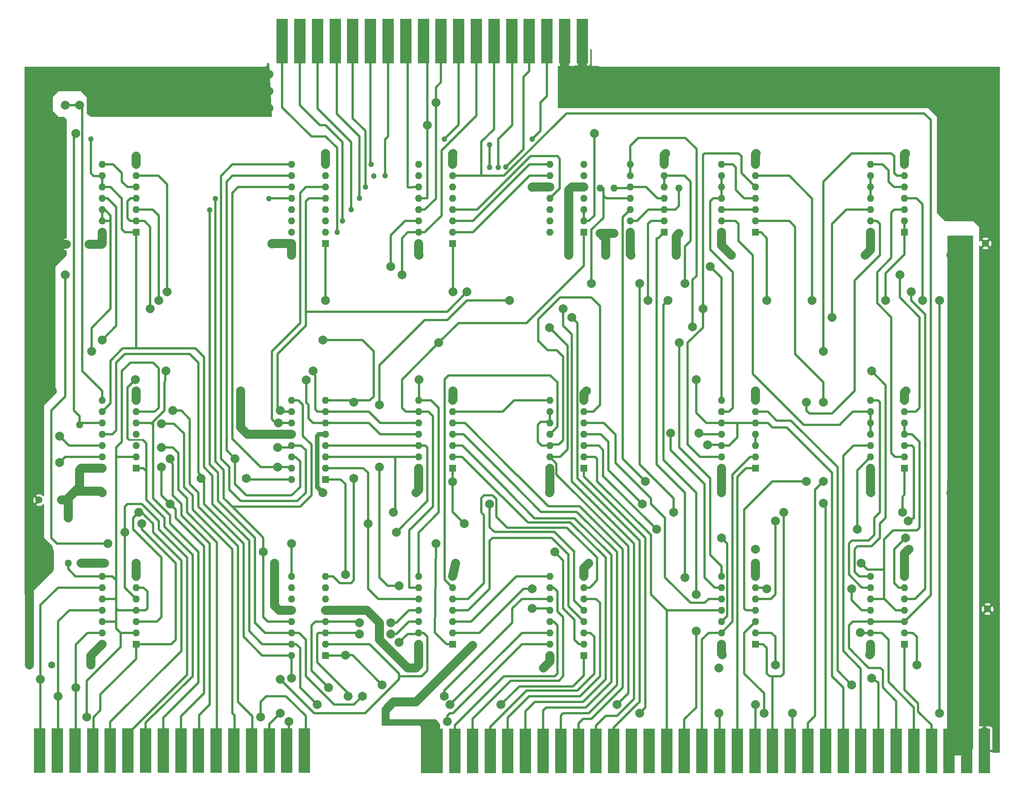
<source format=gbr>
%TF.GenerationSoftware,KiCad,Pcbnew,(5.1.10-1-10_14)*%
%TF.CreationDate,2021-06-22T16:32:21+10:00*%
%TF.ProjectId,256 word memory,32353620-776f-4726-9420-6d656d6f7279,rev?*%
%TF.SameCoordinates,Original*%
%TF.FileFunction,Copper,L2,Bot*%
%TF.FilePolarity,Positive*%
%FSLAX46Y46*%
G04 Gerber Fmt 4.6, Leading zero omitted, Abs format (unit mm)*
G04 Created by KiCad (PCBNEW (5.1.10-1-10_14)) date 2021-06-22 16:32:21*
%MOMM*%
%LPD*%
G01*
G04 APERTURE LIST*
%TA.AperFunction,ConnectorPad*%
%ADD10R,2.540000X10.000000*%
%TD*%
%TA.AperFunction,ComponentPad*%
%ADD11C,1.600000*%
%TD*%
%TA.AperFunction,ComponentPad*%
%ADD12C,2.000000*%
%TD*%
%TA.AperFunction,ComponentPad*%
%ADD13O,1.600000X1.600000*%
%TD*%
%TA.AperFunction,ComponentPad*%
%ADD14R,1.600000X1.600000*%
%TD*%
%TA.AperFunction,ViaPad*%
%ADD15C,2.000000*%
%TD*%
%TA.AperFunction,ViaPad*%
%ADD16C,1.270000*%
%TD*%
%TA.AperFunction,Conductor*%
%ADD17C,2.000000*%
%TD*%
%TA.AperFunction,Conductor*%
%ADD18C,0.500000*%
%TD*%
%TA.AperFunction,Conductor*%
%ADD19C,1.000000*%
%TD*%
%TA.AperFunction,Conductor*%
%ADD20C,0.300000*%
%TD*%
%TA.AperFunction,Conductor*%
%ADD21C,0.250000*%
%TD*%
%TA.AperFunction,Conductor*%
%ADD22C,0.254000*%
%TD*%
%TA.AperFunction,Conductor*%
%ADD23C,0.100000*%
%TD*%
G04 APERTURE END LIST*
D10*
%TO.P,J9,18*%
%TO.N,GND*%
X145274400Y-14750000D03*
%TO.P,J9,17*%
X141312000Y-14750000D03*
%TO.P,J9,16*%
%TO.N,~WE*%
X137349600Y-14750000D03*
%TO.P,J9,15*%
%TO.N,~CS_L*%
X133387200Y-14750000D03*
%TO.P,J9,14*%
%TO.N,~CS_H*%
X129424800Y-14750000D03*
%TO.P,J9,13*%
%TO.N,D-BUS*%
X125462400Y-14750000D03*
%TO.P,J9,12*%
%TO.N,D-IN*%
X121500000Y-14750000D03*
%TO.P,J9,11*%
%TO.N,MA7*%
X117537600Y-14750000D03*
%TO.P,J9,10*%
%TO.N,MA6*%
X113575200Y-14750000D03*
%TO.P,J9,9*%
%TO.N,MA5*%
X109612800Y-14750000D03*
%TO.P,J9,8*%
%TO.N,MA4*%
X105650400Y-14750000D03*
%TO.P,J9,7*%
%TO.N,MA3*%
X101688000Y-14750000D03*
%TO.P,J9,6*%
%TO.N,MA2*%
X97725600Y-14750000D03*
%TO.P,J9,5*%
%TO.N,MA1*%
X93763200Y-14750000D03*
%TO.P,J9,4*%
%TO.N,MA0*%
X89800800Y-14750000D03*
%TO.P,J9,3*%
%TO.N,MA_C*%
X85838400Y-14750000D03*
%TO.P,J9,2*%
%TO.N,MA_B*%
X81876000Y-14750000D03*
%TO.P,J9,1*%
%TO.N,MA_A*%
X77913600Y-14750000D03*
%TD*%
D11*
%TO.P,C5,2*%
%TO.N,GND*%
X236203500Y-142303500D03*
%TO.P,C5,1*%
%TO.N,+5V*%
X231203500Y-142303500D03*
%TD*%
%TO.P,C4,2*%
%TO.N,GND*%
X21162000Y-154940000D03*
%TO.P,C4,1*%
%TO.N,+5V*%
X26162000Y-154940000D03*
%TD*%
%TO.P,C3,2*%
%TO.N,GND*%
X23321000Y-117856000D03*
%TO.P,C3,1*%
%TO.N,+5V*%
X28321000Y-117856000D03*
%TD*%
%TO.P,C2,2*%
%TO.N,GND*%
X235759000Y-60198000D03*
%TO.P,C2,1*%
%TO.N,+5V*%
X230759000Y-60198000D03*
%TD*%
%TO.P,C1,2*%
%TO.N,GND*%
X29527500Y-60388500D03*
%TO.P,C1,1*%
%TO.N,+5V*%
X34527500Y-60388500D03*
%TD*%
D12*
%TO.P,J8,1*%
%TO.N,MA6*%
X112395000Y-28575000D03*
%TD*%
%TO.P,J7,1*%
%TO.N,MA5*%
X110490000Y-33655000D03*
%TD*%
%TO.P,J6,1*%
%TO.N,~MA7*%
X29210000Y-29210000D03*
%TD*%
%TO.P,J5,1*%
%TO.N,PC7*%
X27940000Y-109460000D03*
%TD*%
%TO.P,J4,1*%
%TO.N,~PC7*%
X27940000Y-103505000D03*
%TD*%
%TO.P,J3,1*%
%TO.N,MCP*%
X173355000Y-105500000D03*
%TD*%
D13*
%TO.P,U17,14*%
%TO.N,+5V*%
X176500000Y-150240000D03*
%TO.P,U17,7*%
%TO.N,GND*%
X184120000Y-135000000D03*
%TO.P,U17,13*%
%TO.N,~T14-21(JMS+JMP)*%
X176500000Y-147700000D03*
%TO.P,U17,6*%
%TO.N,Net-(U17-Pad6)*%
X184120000Y-137540000D03*
%TO.P,U17,12*%
%TO.N,Net-(U17-Pad12)*%
X176500000Y-145160000D03*
%TO.P,U17,5*%
%TO.N,Net-(U12-Pad3)*%
X184120000Y-140080000D03*
%TO.P,U17,11*%
%TO.N,~DEP*%
X176500000Y-142620000D03*
%TO.P,U17,4*%
%TO.N,Net-(U17-Pad4)*%
X184120000Y-142620000D03*
%TO.P,U17,10*%
%TO.N,Net-(U10-Pad5)*%
X176500000Y-140080000D03*
%TO.P,U17,3*%
%TO.N,OPR+IOT*%
X184120000Y-145160000D03*
%TO.P,U17,9*%
%TO.N,Net-(U11-Pad11)*%
X176500000Y-137540000D03*
%TO.P,U17,2*%
%TO.N,Net-(U17-Pad2)*%
X184120000Y-147700000D03*
%TO.P,U17,8*%
%TO.N,/WEIRD.NET*%
X176500000Y-135000000D03*
D14*
%TO.P,U17,1*%
%TO.N,~T2-9.ISZ*%
X184120000Y-150240000D03*
%TD*%
D13*
%TO.P,U6,14*%
%TO.N,+5V*%
X210000000Y-57740000D03*
%TO.P,U6,7*%
%TO.N,GND*%
X217620000Y-42500000D03*
%TO.P,U6,13*%
%TO.N,Net-(U17-Pad4)*%
X210000000Y-55200000D03*
%TO.P,U6,6*%
%TO.N,Net-(U1-Pad12)*%
X217620000Y-45040000D03*
%TO.P,U6,12*%
%TO.N,~F+D+E*%
X210000000Y-52660000D03*
%TO.P,U6,5*%
%TO.N,Net-(U6-Pad5)*%
X217620000Y-47580000D03*
%TO.P,U6,11*%
%TO.N,Net-(U6-Pad10)*%
X210000000Y-50120000D03*
%TO.P,U6,4*%
%TO.N,T1*%
X217620000Y-50120000D03*
%TO.P,U6,10*%
%TO.N,Net-(U6-Pad10)*%
X210000000Y-47580000D03*
%TO.P,U6,3*%
%TO.N,Net-(U12-Pad2)*%
X217620000Y-52660000D03*
%TO.P,U6,9*%
%TO.N,Net-(U6-Pad10)*%
X210000000Y-45040000D03*
%TO.P,U6,2*%
%TO.N,Net-(U5-Pad6)*%
X217620000Y-55200000D03*
%TO.P,U6,8*%
%TO.N,Net-(U6-Pad5)*%
X210000000Y-42500000D03*
D14*
%TO.P,U6,1*%
%TO.N,Net-(U5-Pad6)*%
X217620000Y-57740000D03*
%TD*%
D13*
%TO.P,U5,14*%
%TO.N,+5V*%
X176500000Y-57740000D03*
%TO.P,U5,7*%
%TO.N,GND*%
X184120000Y-42500000D03*
%TO.P,U5,13*%
%TO.N,Net-(U12-Pad10)*%
X176500000Y-55200000D03*
%TO.P,U5,6*%
%TO.N,Net-(U5-Pad6)*%
X184120000Y-45040000D03*
%TO.P,U5,12*%
%TO.N,Net-(U5-Pad12)*%
X176500000Y-52660000D03*
%TO.P,U5,5*%
%TO.N,MEMORY_ENABLE*%
X184120000Y-47580000D03*
%TO.P,U5,11*%
%TO.N,Net-(U11-Pad9)*%
X176500000Y-50120000D03*
%TO.P,U5,4*%
%TO.N,Net-(U5-Pad4)*%
X184120000Y-50120000D03*
%TO.P,U5,10*%
%TO.N,Net-(U11-Pad9)*%
X176500000Y-47580000D03*
%TO.P,U5,3*%
%TO.N,Net-(U5-Pad12)*%
X184120000Y-52660000D03*
%TO.P,U5,9*%
%TO.N,Net-(U11-Pad9)*%
X176500000Y-45040000D03*
%TO.P,U5,2*%
%TO.N,T2-9*%
X184120000Y-55200000D03*
%TO.P,U5,8*%
%TO.N,Net-(U5-Pad4)*%
X176500000Y-42500000D03*
D14*
%TO.P,U5,1*%
%TO.N,JMS+DCA*%
X184120000Y-57740000D03*
%TD*%
D13*
%TO.P,U10,14*%
%TO.N,+5V*%
X138000000Y-110740000D03*
%TO.P,U10,7*%
%TO.N,GND*%
X145620000Y-95500000D03*
%TO.P,U10,13*%
%TO.N,~F.23.OPR+IOT*%
X138000000Y-108200000D03*
%TO.P,U10,6*%
%TO.N,Net-(U10-Pad10)*%
X145620000Y-98040000D03*
%TO.P,U10,12*%
X138000000Y-105660000D03*
%TO.P,U10,5*%
%TO.N,Net-(U10-Pad5)*%
X145620000Y-100580000D03*
%TO.P,U10,11*%
%TO.N,Net-(U10-Pad11)*%
X138000000Y-103120000D03*
%TO.P,U10,4*%
%TO.N,T13*%
X145620000Y-103120000D03*
%TO.P,U10,10*%
%TO.N,Net-(U10-Pad10)*%
X138000000Y-100580000D03*
%TO.P,U10,3*%
%TO.N,Net-(U10-Pad3)*%
X145620000Y-105660000D03*
%TO.P,U10,9*%
%TO.N,Net-(U10-Pad10)*%
X138000000Y-98040000D03*
%TO.P,U10,2*%
%TO.N,~DEP*%
X145620000Y-108200000D03*
%TO.P,U10,8*%
%TO.N,Net-(U10-Pad8)*%
X138000000Y-95500000D03*
D14*
%TO.P,U10,1*%
%TO.N,~ISZ*%
X145620000Y-110740000D03*
%TD*%
D13*
%TO.P,U18,14*%
%TO.N,+5V*%
X210000000Y-150240000D03*
%TO.P,U18,7*%
%TO.N,GND*%
X217620000Y-135000000D03*
%TO.P,U18,13*%
%TO.N,C-BUS*%
X210000000Y-147700000D03*
%TO.P,U18,6*%
%TO.N,Net-(U17-Pad12)*%
X217620000Y-137540000D03*
%TO.P,U18,12*%
%TO.N,D-BUS*%
X210000000Y-145160000D03*
%TO.P,U18,5*%
%TO.N,MA0*%
X217620000Y-140080000D03*
%TO.P,U18,11*%
%TO.N,Net-(U17-Pad6)*%
X210000000Y-142620000D03*
%TO.P,U18,4*%
%TO.N,C-BUS*%
X217620000Y-142620000D03*
%TO.P,U18,10*%
X210000000Y-140080000D03*
%TO.P,U18,3*%
%TO.N,D-BUS*%
X217620000Y-145160000D03*
%TO.P,U18,9*%
%TO.N,Net-(U12-Pad8)*%
X210000000Y-137540000D03*
%TO.P,U18,2*%
%TO.N,Net-(U17-Pad2)*%
X217620000Y-147700000D03*
%TO.P,U18,8*%
%TO.N,MB0*%
X210000000Y-135000000D03*
D14*
%TO.P,U18,1*%
%TO.N,B-BUS*%
X217620000Y-150240000D03*
%TD*%
D13*
%TO.P,U12,14*%
%TO.N,+5V*%
X210000000Y-110740000D03*
%TO.P,U12,7*%
%TO.N,GND*%
X217620000Y-95500000D03*
%TO.P,U12,13*%
%TO.N,Net-(U10-Pad3)*%
X210000000Y-108200000D03*
%TO.P,U12,6*%
%TO.N,D-IN*%
X217620000Y-98040000D03*
%TO.P,U12,12*%
%TO.N,T14-21*%
X210000000Y-105660000D03*
%TO.P,U12,5*%
%TO.N,C-BUS*%
X217620000Y-100580000D03*
%TO.P,U12,11*%
%TO.N,Net-(U12-Pad10)*%
X210000000Y-103120000D03*
%TO.P,U12,4*%
%TO.N,C-BUS*%
X217620000Y-103120000D03*
%TO.P,U12,10*%
%TO.N,Net-(U12-Pad10)*%
X210000000Y-100580000D03*
%TO.P,U12,3*%
%TO.N,Net-(U12-Pad3)*%
X217620000Y-105660000D03*
%TO.P,U12,9*%
%TO.N,Net-(U12-Pad10)*%
X210000000Y-98040000D03*
%TO.P,U12,2*%
%TO.N,Net-(U12-Pad2)*%
X217620000Y-108200000D03*
%TO.P,U12,8*%
%TO.N,Net-(U12-Pad8)*%
X210000000Y-95500000D03*
D14*
%TO.P,U12,1*%
%TO.N,~T2-9.ISZ*%
X217620000Y-110740000D03*
%TD*%
D13*
%TO.P,U19,14*%
%TO.N,+5V*%
X156000000Y-57740000D03*
%TO.P,U19,7*%
%TO.N,GND*%
X163620000Y-42500000D03*
%TO.P,U19,13*%
%TO.N,Net-(R4-Pad2)*%
X156000000Y-55200000D03*
%TO.P,U19,6*%
%TO.N,MB3*%
X163620000Y-45040000D03*
%TO.P,U19,12*%
%TO.N,MB4*%
X156000000Y-52660000D03*
%TO.P,U19,5*%
%TO.N,MB3*%
X163620000Y-47580000D03*
%TO.P,U19,11*%
%TO.N,Net-(R3-Pad2)*%
X156000000Y-50120000D03*
%TO.P,U19,4*%
%TO.N,Z-BIT*%
X163620000Y-50120000D03*
%TO.P,U19,10*%
X156000000Y-47580000D03*
%TO.P,U19,3*%
%TO.N,Net-(R4-Pad2)*%
X163620000Y-52660000D03*
%TO.P,U19,9*%
%TO.N,~F.23.OPR+IOT*%
X156000000Y-45040000D03*
%TO.P,U19,2*%
%TO.N,MB7*%
X163620000Y-55200000D03*
%TO.P,U19,8*%
%TO.N,~F.23.OPR+IOT*%
X156000000Y-42500000D03*
D14*
%TO.P,U19,1*%
%TO.N,Z-BIT*%
X163620000Y-57740000D03*
%TD*%
D13*
%TO.P,R5,2*%
%TO.N,Z-BIT*%
X152400000Y-47840000D03*
D11*
%TO.P,R5,1*%
%TO.N,+5V*%
X152400000Y-58000000D03*
%TD*%
D13*
%TO.P,R4,2*%
%TO.N,Net-(R4-Pad2)*%
X167000000Y-47840000D03*
D11*
%TO.P,R4,1*%
%TO.N,+5V*%
X167000000Y-58000000D03*
%TD*%
D13*
%TO.P,R3,2*%
%TO.N,Net-(R3-Pad2)*%
X149225000Y-47840000D03*
D11*
%TO.P,R3,1*%
%TO.N,+5V*%
X149225000Y-58000000D03*
%TD*%
D13*
%TO.P,U2,16*%
%TO.N,+5V*%
X80000000Y-60280000D03*
%TO.P,U2,8*%
%TO.N,GND*%
X87620000Y-42500000D03*
%TO.P,U2,15*%
%TO.N,D-IN*%
X80000000Y-57740000D03*
%TO.P,U2,7*%
%TO.N,D-BUS*%
X87620000Y-45040000D03*
%TO.P,U2,14*%
%TO.N,~WE*%
X80000000Y-55200000D03*
%TO.P,U2,6*%
%TO.N,MA1*%
X87620000Y-47580000D03*
%TO.P,U2,13*%
%TO.N,MA6*%
X80000000Y-52660000D03*
%TO.P,U2,5*%
%TO.N,MA0*%
X87620000Y-50120000D03*
%TO.P,U2,12*%
%TO.N,MA5*%
X80000000Y-50120000D03*
%TO.P,U2,4*%
%TO.N,MA_C*%
X87620000Y-52660000D03*
%TO.P,U2,11*%
%TO.N,MA4*%
X80000000Y-47580000D03*
%TO.P,U2,3*%
%TO.N,MA_B*%
X87620000Y-55200000D03*
%TO.P,U2,10*%
%TO.N,MA3*%
X80000000Y-45040000D03*
%TO.P,U2,2*%
%TO.N,MA_A*%
X87620000Y-57740000D03*
%TO.P,U2,9*%
%TO.N,MA2*%
X80000000Y-42500000D03*
D14*
%TO.P,U2,1*%
%TO.N,~CS_H*%
X87620000Y-60280000D03*
%TD*%
D10*
%TO.P,J2,16*%
%TO.N,MB7*%
X23464000Y-174100000D03*
%TO.P,J2,15*%
%TO.N,MB6*%
X27426400Y-174100000D03*
%TO.P,J2,14*%
%TO.N,MB5*%
X31388800Y-174100000D03*
%TO.P,J2,13*%
%TO.N,MB4*%
X35351200Y-174100000D03*
%TO.P,J2,12*%
%TO.N,MB3*%
X39313600Y-174100000D03*
%TO.P,J2,11*%
%TO.N,MB2*%
X43276000Y-174100000D03*
%TO.P,J2,10*%
%TO.N,MB1*%
X47238400Y-174100000D03*
%TO.P,J2,9*%
%TO.N,MB0*%
X51200800Y-174100000D03*
%TO.P,J2,8*%
%TO.N,MA4*%
X55163200Y-174100000D03*
%TO.P,J2,7*%
%TO.N,MA3*%
X59125600Y-174100000D03*
%TO.P,J2,6*%
%TO.N,MA2*%
X63088000Y-174100000D03*
%TO.P,J2,5*%
%TO.N,MA1*%
X67050400Y-174100000D03*
%TO.P,J2,4*%
%TO.N,MA0*%
X71012800Y-174100000D03*
%TO.P,J2,3*%
%TO.N,~ISZ*%
X74975200Y-174100000D03*
%TO.P,J2,2*%
%TO.N,Z-BIT*%
X78937600Y-174100000D03*
%TO.P,J2,1*%
%TO.N,MB=0*%
X82900000Y-174100000D03*
%TD*%
D13*
%TO.P,U16,16*%
%TO.N,+5V*%
X138000000Y-152780000D03*
%TO.P,U16,8*%
%TO.N,GND*%
X145620000Y-135000000D03*
%TO.P,U16,15*%
%TO.N,Z-BIT*%
X138000000Y-150240000D03*
%TO.P,U16,7*%
%TO.N,Net-(U15-Pad5)*%
X145620000Y-137540000D03*
%TO.P,U16,14*%
%TO.N,MA7*%
X138000000Y-147700000D03*
%TO.P,U16,6*%
%TO.N,SR4*%
X145620000Y-140080000D03*
%TO.P,U16,13*%
%TO.N,SR7*%
X138000000Y-145160000D03*
%TO.P,U16,5*%
%TO.N,MA4*%
X145620000Y-142620000D03*
%TO.P,U16,12*%
%TO.N,Net-(U15-Pad2)*%
X138000000Y-142620000D03*
%TO.P,U16,4*%
%TO.N,Net-(U15-Pad4)*%
X145620000Y-145160000D03*
%TO.P,U16,11*%
%TO.N,MA6*%
X138000000Y-140080000D03*
%TO.P,U16,3*%
%TO.N,SR5*%
X145620000Y-147700000D03*
%TO.P,U16,10*%
%TO.N,SR6*%
X138000000Y-137540000D03*
%TO.P,U16,2*%
%TO.N,MA5*%
X145620000Y-150240000D03*
%TO.P,U16,9*%
%TO.N,Net-(U15-Pad3)*%
X138000000Y-135000000D03*
D14*
%TO.P,U16,1*%
%TO.N,~F.23.OPR+IOT*%
X145620000Y-152780000D03*
%TD*%
D13*
%TO.P,U13,14*%
%TO.N,+5V*%
X37500000Y-150240000D03*
%TO.P,U13,7*%
%TO.N,GND*%
X45120000Y-135000000D03*
%TO.P,U13,13*%
%TO.N,MB5*%
X37500000Y-147700000D03*
%TO.P,U13,6*%
%TO.N,MB=0*%
X45120000Y-137540000D03*
%TO.P,U13,12*%
X37500000Y-145160000D03*
%TO.P,U13,5*%
%TO.N,MB2*%
X45120000Y-140080000D03*
%TO.P,U13,11*%
%TO.N,MB6*%
X37500000Y-142620000D03*
%TO.P,U13,4*%
%TO.N,MB=0*%
X45120000Y-142620000D03*
%TO.P,U13,10*%
X37500000Y-140080000D03*
%TO.P,U13,3*%
%TO.N,MB3*%
X45120000Y-145160000D03*
%TO.P,U13,9*%
%TO.N,MB7*%
X37500000Y-137540000D03*
%TO.P,U13,2*%
%TO.N,MB=0*%
X45120000Y-147700000D03*
%TO.P,U13,8*%
X37500000Y-135000000D03*
D14*
%TO.P,U13,1*%
%TO.N,MB4*%
X45120000Y-150240000D03*
%TD*%
D13*
%TO.P,U7,14*%
%TO.N,+5V*%
X37500000Y-110740000D03*
%TO.P,U7,7*%
%TO.N,GND*%
X45120000Y-95500000D03*
%TO.P,U7,13*%
%TO.N,PC7*%
X37500000Y-108200000D03*
%TO.P,U7,6*%
%TO.N,MB=0*%
X45120000Y-98040000D03*
%TO.P,U7,12*%
%TO.N,~PC7*%
X37500000Y-105660000D03*
%TO.P,U7,5*%
%TO.N,MB0*%
X45120000Y-100580000D03*
%TO.P,U7,11*%
%TO.N,~T0.5*%
X37500000Y-103120000D03*
%TO.P,U7,4*%
%TO.N,Net-(R3-Pad2)*%
X45120000Y-103120000D03*
%TO.P,U7,10*%
%TO.N,/R0(1-20*%
X37500000Y-100580000D03*
%TO.P,U7,3*%
%TO.N,MB5*%
X45120000Y-105660000D03*
%TO.P,U7,9*%
%TO.N,MA7*%
X37500000Y-98040000D03*
%TO.P,U7,2*%
%TO.N,MB=0*%
X45120000Y-108200000D03*
%TO.P,U7,8*%
%TO.N,~MA7*%
X37500000Y-95500000D03*
D14*
%TO.P,U7,1*%
%TO.N,MB1*%
X45120000Y-110740000D03*
%TD*%
D10*
%TO.P,J1,31*%
%TO.N,SR7*%
X116662400Y-174200000D03*
%TO.P,J1,32*%
%TO.N,GND*%
X112700000Y-174200000D03*
%TO.P,J1,20*%
%TO.N,Net-(J1-Pad20)*%
X160248800Y-174200000D03*
%TO.P,J1,21*%
%TO.N,Net-(J1-Pad21)*%
X156286400Y-174200000D03*
%TO.P,J1,22*%
%TO.N,~F+D+E*%
X152324000Y-174200000D03*
%TO.P,J1,23*%
%TO.N,MEMORY_ENABLE*%
X148361600Y-174200000D03*
%TO.P,J1,24*%
%TO.N,SR0*%
X144399200Y-174200000D03*
%TO.P,J1,25*%
%TO.N,SR1*%
X140436800Y-174200000D03*
%TO.P,J1,26*%
%TO.N,SR2*%
X136474400Y-174200000D03*
%TO.P,J1,27*%
%TO.N,SR3*%
X132512000Y-174200000D03*
%TO.P,J1,28*%
%TO.N,SR4*%
X128549600Y-174200000D03*
%TO.P,J1,29*%
%TO.N,SR5*%
X124587200Y-174200000D03*
%TO.P,J1,30*%
%TO.N,SR6*%
X120624800Y-174200000D03*
%TO.P,J1,19*%
%TO.N,~DEP*%
X164211200Y-174200000D03*
%TO.P,J1,18*%
%TO.N,JMS+DCA*%
X168173600Y-174200000D03*
%TO.P,J1,17*%
%TO.N,~T14-21(JMS+JMP)*%
X172136000Y-174200000D03*
%TO.P,J1,16*%
%TO.N,OPR+IOT*%
X176098400Y-174200000D03*
%TO.P,J1,15*%
%TO.N,~T2-9(F+D+E)*%
X180060800Y-174200000D03*
%TO.P,J1,14*%
%TO.N,~F.23.OPR+IOT*%
X184023200Y-174200000D03*
%TO.P,J1,13*%
%TO.N,~T2-9.ISZ*%
X187985600Y-174200000D03*
%TO.P,J1,12*%
%TO.N,T1*%
X191948000Y-174200000D03*
%TO.P,J1,11*%
%TO.N,T2-9*%
X195910400Y-174200000D03*
%TO.P,J1,10*%
%TO.N,T13*%
X199872800Y-174200000D03*
%TO.P,J1,9*%
%TO.N,MCP*%
X203835200Y-174200000D03*
%TO.P,J1,8*%
%TO.N,T14-21*%
X207797600Y-174200000D03*
%TO.P,J1,7*%
%TO.N,~T0.5*%
X211760000Y-174200000D03*
%TO.P,J1,6*%
%TO.N,D-BUS*%
X215722400Y-174200000D03*
%TO.P,J1,5*%
%TO.N,C-BUS*%
X219684800Y-174200000D03*
%TO.P,J1,4*%
%TO.N,B-BUS*%
X223647200Y-174200000D03*
%TO.P,J1,3*%
%TO.N,+5V*%
X227609600Y-174200000D03*
%TO.P,J1,2*%
X231572000Y-174200000D03*
%TO.P,J1,1*%
%TO.N,GND*%
X235534400Y-174200000D03*
%TD*%
D13*
%TO.P,R1,2*%
%TO.N,/R0(1-20*%
X32385000Y-100965000D03*
D11*
%TO.P,R1,1*%
%TO.N,+5V*%
X32385000Y-111125000D03*
%TD*%
D13*
%TO.P,R2,2*%
%TO.N,MB=0*%
X29845000Y-132080000D03*
D11*
%TO.P,R2,1*%
%TO.N,+5V*%
X29845000Y-121920000D03*
%TD*%
D13*
%TO.P,U1,14*%
%TO.N,+5V*%
X37500000Y-57740000D03*
%TO.P,U1,7*%
%TO.N,GND*%
X45120000Y-42500000D03*
%TO.P,U1,13*%
%TO.N,Net-(U1-Pad12)*%
X37500000Y-55200000D03*
%TO.P,U1,6*%
%TO.N,~CS_L*%
X45120000Y-45040000D03*
%TO.P,U1,12*%
%TO.N,Net-(U1-Pad12)*%
X37500000Y-52660000D03*
%TO.P,U1,5*%
%TO.N,Net-(U1-Pad5)*%
X45120000Y-47580000D03*
%TO.P,U1,11*%
%TO.N,Net-(U1-Pad11)*%
X37500000Y-50120000D03*
%TO.P,U1,4*%
%TO.N,MEMORY_ENABLE*%
X45120000Y-50120000D03*
%TO.P,U1,10*%
%TO.N,MA7*%
X37500000Y-47580000D03*
%TO.P,U1,3*%
%TO.N,~CS_H*%
X45120000Y-52660000D03*
%TO.P,U1,9*%
%TO.N,MA7*%
X37500000Y-45040000D03*
%TO.P,U1,2*%
%TO.N,MEMORY_ENABLE*%
X45120000Y-55200000D03*
%TO.P,U1,8*%
%TO.N,Net-(U1-Pad5)*%
X37500000Y-42500000D03*
D14*
%TO.P,U1,1*%
%TO.N,MA7*%
X45120000Y-57740000D03*
%TD*%
D13*
%TO.P,U3,16*%
%TO.N,+5V*%
X108500000Y-60280000D03*
%TO.P,U3,8*%
%TO.N,GND*%
X116120000Y-42500000D03*
%TO.P,U3,15*%
%TO.N,D-IN*%
X108500000Y-57740000D03*
%TO.P,U3,7*%
%TO.N,D-BUS*%
X116120000Y-45040000D03*
%TO.P,U3,14*%
%TO.N,~WE*%
X108500000Y-55200000D03*
%TO.P,U3,6*%
%TO.N,MA1*%
X116120000Y-47580000D03*
%TO.P,U3,13*%
%TO.N,MA6*%
X108500000Y-52660000D03*
%TO.P,U3,5*%
%TO.N,MA0*%
X116120000Y-50120000D03*
%TO.P,U3,12*%
%TO.N,MA5*%
X108500000Y-50120000D03*
%TO.P,U3,4*%
%TO.N,MA_C*%
X116120000Y-52660000D03*
%TO.P,U3,11*%
%TO.N,MA4*%
X108500000Y-47580000D03*
%TO.P,U3,3*%
%TO.N,MA_B*%
X116120000Y-55200000D03*
%TO.P,U3,10*%
%TO.N,MA3*%
X108500000Y-45040000D03*
%TO.P,U3,2*%
%TO.N,MA_A*%
X116120000Y-57740000D03*
%TO.P,U3,9*%
%TO.N,MA2*%
X108500000Y-42500000D03*
D14*
%TO.P,U3,1*%
%TO.N,~CS_L*%
X116120000Y-60280000D03*
%TD*%
D13*
%TO.P,U4,14*%
%TO.N,Net-(U4-Pad14)*%
X138000000Y-57740000D03*
%TO.P,U4,7*%
%TO.N,N/C*%
X145620000Y-42500000D03*
%TO.P,U4,13*%
X138000000Y-55200000D03*
%TO.P,U4,6*%
X145620000Y-45040000D03*
%TO.P,U4,12*%
%TO.N,Net-(U4-Pad12)*%
X138000000Y-52660000D03*
%TO.P,U4,5*%
%TO.N,+5V*%
X145620000Y-47580000D03*
%TO.P,U4,11*%
%TO.N,MA_C*%
X138000000Y-50120000D03*
%TO.P,U4,4*%
%TO.N,N/C*%
X145620000Y-50120000D03*
%TO.P,U4,10*%
%TO.N,GND*%
X138000000Y-47580000D03*
%TO.P,U4,3*%
%TO.N,/R0(1-20*%
X145620000Y-52660000D03*
%TO.P,U4,9*%
%TO.N,MA_A*%
X138000000Y-45040000D03*
%TO.P,U4,2*%
%TO.N,/R0(1-20*%
X145620000Y-55200000D03*
%TO.P,U4,8*%
%TO.N,MA_B*%
X138000000Y-42500000D03*
D14*
%TO.P,U4,1*%
%TO.N,/WEIRD.NET*%
X145620000Y-57740000D03*
%TD*%
D13*
%TO.P,U8,16*%
%TO.N,~T0.5*%
X80000000Y-113280000D03*
%TO.P,U8,8*%
%TO.N,Net-(U1-Pad11)*%
X87620000Y-95500000D03*
%TO.P,U8,15*%
%TO.N,MA4*%
X80000000Y-110740000D03*
%TO.P,U8,7*%
%TO.N,MB0*%
X87620000Y-98040000D03*
%TO.P,U8,14*%
%TO.N,MA3*%
X80000000Y-108200000D03*
%TO.P,U8,6*%
%TO.N,MB1*%
X87620000Y-100580000D03*
%TO.P,U8,13*%
%TO.N,MA2*%
X80000000Y-105660000D03*
%TO.P,U8,5*%
%TO.N,+5V*%
X87620000Y-103120000D03*
%TO.P,U8,12*%
%TO.N,GND*%
X80000000Y-103120000D03*
%TO.P,U8,4*%
%TO.N,MB2*%
X87620000Y-105660000D03*
%TO.P,U8,11*%
%TO.N,MA1*%
X80000000Y-100580000D03*
%TO.P,U8,3*%
%TO.N,MB3*%
X87620000Y-108200000D03*
%TO.P,U8,10*%
%TO.N,MA0*%
X80000000Y-98040000D03*
%TO.P,U8,2*%
%TO.N,MB4*%
X87620000Y-110740000D03*
%TO.P,U8,9*%
%TO.N,MA5*%
X80000000Y-95500000D03*
D14*
%TO.P,U8,1*%
%TO.N,Net-(U11-Pad6)*%
X87620000Y-113280000D03*
%TD*%
D13*
%TO.P,U9,14*%
%TO.N,+5V*%
X108500000Y-110740000D03*
%TO.P,U9,7*%
%TO.N,GND*%
X116120000Y-95500000D03*
%TO.P,U9,13*%
%TO.N,MB3*%
X108500000Y-108200000D03*
%TO.P,U9,6*%
%TO.N,Net-(U10-Pad8)*%
X116120000Y-98040000D03*
%TO.P,U9,12*%
%TO.N,MB2*%
X108500000Y-105660000D03*
%TO.P,U9,5*%
%TO.N,SR0*%
X116120000Y-100580000D03*
%TO.P,U9,11*%
%TO.N,MB1*%
X108500000Y-103120000D03*
%TO.P,U9,4*%
%TO.N,SR1*%
X116120000Y-103120000D03*
%TO.P,U9,10*%
%TO.N,MB0*%
X108500000Y-100580000D03*
%TO.P,U9,3*%
%TO.N,SR2*%
X116120000Y-105660000D03*
%TO.P,U9,9*%
%TO.N,/WEIRD.NET*%
X108500000Y-98040000D03*
%TO.P,U9,2*%
%TO.N,SR3*%
X116120000Y-108200000D03*
%TO.P,U9,8*%
%TO.N,MCP*%
X108500000Y-95500000D03*
D14*
%TO.P,U9,1*%
%TO.N,MB4*%
X116120000Y-110740000D03*
%TD*%
D13*
%TO.P,U11,14*%
%TO.N,+5V*%
X176500000Y-110740000D03*
%TO.P,U11,7*%
%TO.N,GND*%
X184120000Y-95500000D03*
%TO.P,U11,13*%
%TO.N,MEMORY_ENABLE*%
X176500000Y-108200000D03*
%TO.P,U11,6*%
%TO.N,Net-(U11-Pad6)*%
X184120000Y-98040000D03*
%TO.P,U11,12*%
%TO.N,MCP*%
X176500000Y-105660000D03*
%TO.P,U11,5*%
X184120000Y-100580000D03*
%TO.P,U11,11*%
%TO.N,Net-(U11-Pad11)*%
X176500000Y-103120000D03*
%TO.P,U11,4*%
%TO.N,Net-(U11-Pad3)*%
X184120000Y-103120000D03*
%TO.P,U11,10*%
%TO.N,MCP*%
X176500000Y-100580000D03*
%TO.P,U11,3*%
%TO.N,Net-(U11-Pad3)*%
X184120000Y-105660000D03*
%TO.P,U11,9*%
%TO.N,Net-(U11-Pad9)*%
X176500000Y-98040000D03*
%TO.P,U11,2*%
%TO.N,~T14-21(JMS+JMP)*%
X184120000Y-108200000D03*
%TO.P,U11,8*%
%TO.N,~WE*%
X176500000Y-95500000D03*
D14*
%TO.P,U11,1*%
%TO.N,~T2-9(F+D+E)*%
X184120000Y-110740000D03*
%TD*%
D13*
%TO.P,U14,16*%
%TO.N,~T0.5*%
X80000000Y-152780000D03*
%TO.P,U14,8*%
%TO.N,Net-(U1-Pad11)*%
X87620000Y-135000000D03*
%TO.P,U14,15*%
%TO.N,MA7*%
X80000000Y-150240000D03*
%TO.P,U14,7*%
%TO.N,Net-(U14-Pad7)*%
X87620000Y-137540000D03*
%TO.P,U14,14*%
%TO.N,MA6*%
X80000000Y-147700000D03*
%TO.P,U14,6*%
%TO.N,Net-(U14-Pad6)*%
X87620000Y-140080000D03*
%TO.P,U14,13*%
%TO.N,MA5*%
X80000000Y-145160000D03*
%TO.P,U14,5*%
%TO.N,+5V*%
X87620000Y-142620000D03*
%TO.P,U14,12*%
%TO.N,GND*%
X80000000Y-142620000D03*
%TO.P,U14,4*%
%TO.N,MB5*%
X87620000Y-145160000D03*
%TO.P,U14,11*%
%TO.N,Net-(U14-Pad11)*%
X80000000Y-140080000D03*
%TO.P,U14,3*%
%TO.N,MB6*%
X87620000Y-147700000D03*
%TO.P,U14,10*%
%TO.N,Net-(U14-Pad10)*%
X80000000Y-137540000D03*
%TO.P,U14,2*%
%TO.N,MB7*%
X87620000Y-150240000D03*
%TO.P,U14,9*%
%TO.N,D-IN*%
X80000000Y-135000000D03*
D14*
%TO.P,U14,1*%
%TO.N,Net-(U11-Pad6)*%
X87620000Y-152780000D03*
%TD*%
D13*
%TO.P,U15,14*%
%TO.N,+5V*%
X108500000Y-150240000D03*
%TO.P,U15,7*%
%TO.N,GND*%
X116120000Y-135000000D03*
%TO.P,U15,13*%
%TO.N,MB7*%
X108500000Y-147700000D03*
%TO.P,U15,6*%
%TO.N,Net-(U10-Pad11)*%
X116120000Y-137540000D03*
%TO.P,U15,12*%
%TO.N,MB6*%
X108500000Y-145160000D03*
%TO.P,U15,5*%
%TO.N,Net-(U15-Pad5)*%
X116120000Y-140080000D03*
%TO.P,U15,11*%
%TO.N,MB5*%
X108500000Y-142620000D03*
%TO.P,U15,4*%
%TO.N,Net-(U15-Pad4)*%
X116120000Y-142620000D03*
%TO.P,U15,10*%
%TO.N,MB4*%
X108500000Y-140080000D03*
%TO.P,U15,3*%
%TO.N,Net-(U15-Pad3)*%
X116120000Y-145160000D03*
%TO.P,U15,9*%
%TO.N,/WEIRD.NET*%
X108500000Y-137540000D03*
%TO.P,U15,2*%
%TO.N,Net-(U15-Pad2)*%
X116120000Y-147700000D03*
%TO.P,U15,8*%
%TO.N,MCP*%
X108500000Y-135000000D03*
D14*
%TO.P,U15,1*%
%TO.N,D-IN*%
X116120000Y-150240000D03*
%TD*%
D15*
%TO.N,Net-(U11-Pad11)*%
X171450000Y-102870000D03*
X165100000Y-102870000D03*
%TO.N,Net-(U1-Pad12)*%
X199390000Y-84455000D03*
X35105010Y-84455000D03*
%TO.N,Net-(U17-Pad4)*%
X195580000Y-113665000D03*
X195580000Y-95885000D03*
%TO.N,+5V*%
X75565000Y-60325000D03*
X37465000Y-60325000D03*
X80010000Y-62865000D03*
X108585000Y-62865000D03*
X142240000Y-62865000D03*
X107950000Y-116205000D03*
X37465000Y-116205000D03*
X86995000Y-116205000D03*
X231572000Y-116408000D03*
X136525000Y-155575000D03*
X107950000Y-155575000D03*
X231572000Y-152603000D03*
X176733000Y-152603000D03*
X175895000Y-155575000D03*
X227965000Y-62865000D03*
X150495000Y-62865000D03*
X166370000Y-62865000D03*
X156210000Y-62865000D03*
X227965000Y-116205000D03*
X34925000Y-154940000D03*
X105410000Y-154940000D03*
X137922000Y-116205000D03*
X176530000Y-116205000D03*
X210058000Y-116205000D03*
X208788000Y-62865000D03*
X178735000Y-62865000D03*
X209797000Y-152603000D03*
%TO.N,~CS_L*%
X116205000Y-71120000D03*
X52070000Y-71120000D03*
%TO.N,~CS_H*%
X50165000Y-73025000D03*
X87630000Y-73025000D03*
%TO.N,MA2*%
X76835000Y-106045000D03*
X50800000Y-106045000D03*
D16*
X97835000Y-42500000D03*
D15*
%TO.N,MA3*%
X67310000Y-108585000D03*
X52705000Y-108585000D03*
D16*
X98425000Y-45085000D03*
X101010000Y-45040000D03*
D15*
%TO.N,MA4*%
X76835000Y-110490000D03*
X124460000Y-118745000D03*
X52705000Y-118745000D03*
X50800000Y-110490000D03*
%TO.N,MA5*%
X73660000Y-129540000D03*
X139065000Y-129540000D03*
D16*
X74930000Y-50165000D03*
X62865000Y-50165000D03*
D15*
%TO.N,MA0*%
X77470000Y-97790000D03*
X53340000Y-97790000D03*
X119380000Y-71120000D03*
X219078993Y-71120000D03*
D16*
X95250000Y-50120000D03*
D15*
%TO.N,MA6*%
X95885000Y-161925000D03*
X114300000Y-161925000D03*
D16*
X61595000Y-52705000D03*
D15*
%TO.N,MA1*%
X77085000Y-100580000D03*
X50800000Y-100680783D03*
D16*
X96565000Y-47580000D03*
D15*
%TO.N,~WE*%
X102235000Y-65405000D03*
X173990000Y-65405000D03*
%TO.N,GND*%
X116205000Y-40005000D03*
X87630000Y-40005000D03*
X235585000Y-40005000D03*
X133985000Y-47625000D03*
X68580000Y-93345000D03*
X235585000Y-93345000D03*
X116205000Y-93345000D03*
X184150000Y-93345000D03*
X45087102Y-93347102D03*
X120650000Y-150495000D03*
X146685000Y-132080000D03*
X45085000Y-132080000D03*
X76200000Y-132080000D03*
X184150000Y-132080000D03*
X184150000Y-128905000D03*
X235534400Y-128854400D03*
X116840000Y-132080000D03*
X218567000Y-128905000D03*
X146177000Y-93345000D03*
X217932000Y-93345000D03*
X217805000Y-40005000D03*
X37973000Y-132080000D03*
X32766000Y-132080000D03*
X25654000Y-129540000D03*
X26289000Y-93345000D03*
X163995000Y-40005000D03*
X184305000Y-40005000D03*
X141605000Y-22225000D03*
X141605000Y-24765000D03*
X141605000Y-27940000D03*
X145415000Y-26670000D03*
X145415000Y-23495000D03*
X74930000Y-22225000D03*
X74930000Y-26035000D03*
X74930000Y-29845000D03*
X72390000Y-24130000D03*
X72390000Y-27940000D03*
%TO.N,~T0.5*%
X69850000Y-113030000D03*
X59690000Y-113030000D03*
X210185000Y-157861000D03*
X80010000Y-157861000D03*
%TO.N,MB0*%
X51816000Y-88900000D03*
X84836000Y-88900000D03*
X210185000Y-88900000D03*
%TO.N,MB1*%
X83312000Y-90932000D03*
X44958000Y-90805000D03*
%TO.N,MB2*%
X42545000Y-125095000D03*
X103505000Y-125095000D03*
%TO.N,MB3*%
X102870000Y-120650000D03*
X45720000Y-120650000D03*
X165735000Y-120650000D03*
X158115000Y-69215000D03*
X168275000Y-69215000D03*
%TO.N,MB4*%
X46355000Y-123190000D03*
X97155000Y-123190000D03*
X118745000Y-123190000D03*
X116120000Y-113750000D03*
X159385000Y-113665000D03*
%TO.N,MB7*%
X23638400Y-158115000D03*
X77470000Y-158115000D03*
X99695000Y-110490000D03*
X99695000Y-96520000D03*
X128905000Y-73025000D03*
X160020000Y-73025000D03*
X104140000Y-137160000D03*
X104140000Y-149860000D03*
%TO.N,MB6*%
X95250000Y-147955000D03*
X102235000Y-147955000D03*
X27600800Y-161925000D03*
X92710000Y-161925000D03*
%TO.N,MB5*%
X95250000Y-145415000D03*
X102235000Y-145415000D03*
X31563200Y-160020000D03*
X88265000Y-160020000D03*
%TO.N,Net-(U15-Pad2)*%
X133985000Y-137795000D03*
X133985000Y-142240000D03*
%TO.N,~F.23.OPR+IOT*%
X127000000Y-163830000D03*
X184150000Y-163830000D03*
X153035000Y-163830000D03*
X137900000Y-79100000D03*
X170000000Y-79000000D03*
%TO.N,MB=0*%
X34036000Y-166624000D03*
X73025000Y-166624000D03*
%TO.N,Net-(R3-Pad2)*%
X147320000Y-69215000D03*
%TO.N,Z-BIT*%
X79375000Y-167640000D03*
X114935000Y-167640000D03*
X168275000Y-135255000D03*
%TO.N,~ISZ*%
X77470000Y-165735000D03*
X158115000Y-165735000D03*
%TO.N,D-IN*%
X104775000Y-67310000D03*
X216535000Y-67310000D03*
X80010000Y-127635000D03*
X38735000Y-127635000D03*
X29210000Y-67310000D03*
X112395000Y-127635000D03*
%TO.N,Net-(U17-Pad6)*%
X186690000Y-137795000D03*
X205740000Y-137795000D03*
%TO.N,Net-(U17-Pad12)*%
X217805000Y-126365000D03*
X176530000Y-126365000D03*
%TO.N,Net-(U17-Pad2)*%
X220345000Y-154940000D03*
X188595000Y-154940000D03*
%TO.N,C-BUS*%
X207645000Y-147637500D03*
X207825010Y-132064948D03*
%TO.N,Net-(U10-Pad3)*%
X207010000Y-124460000D03*
X161925000Y-124460000D03*
%TO.N,Net-(U5-Pad6)*%
X213360000Y-73025000D03*
X196850000Y-73025000D03*
%TO.N,Net-(U12-Pad3)*%
X218440000Y-122555000D03*
X188595000Y-122555000D03*
%TO.N,~T2-9.ISZ*%
X190500000Y-120650000D03*
X217170000Y-120650000D03*
%TO.N,/R0(1-20*%
X147955000Y-35560000D03*
X31569990Y-35544948D03*
%TO.N,MEMORY_ENABLE*%
X48260000Y-74930000D03*
X140970000Y-74930000D03*
X172350010Y-74930000D03*
%TO.N,/WEIRD.NET*%
X113030000Y-82550000D03*
X167005000Y-82550000D03*
%TO.N,T2-9*%
X199390000Y-113665000D03*
X199390000Y-95885000D03*
%TO.N,JMS+DCA*%
X170815000Y-147320000D03*
X164465000Y-73025000D03*
X186690000Y-73025000D03*
X170815000Y-139065000D03*
%TO.N,T13*%
X199363071Y-118564990D03*
X158750000Y-118745000D03*
%TO.N,MCP*%
X170815000Y-90805000D03*
X108585000Y-90805000D03*
%TO.N,Net-(U1-Pad11)*%
X37465000Y-81915000D03*
X86995000Y-81915000D03*
X93980000Y-95885000D03*
X93980000Y-113030000D03*
%TO.N,~MA7*%
X32385000Y-29210000D03*
%TO.N,~F+D+E*%
X142875000Y-76835000D03*
X201295000Y-76835000D03*
%TO.N,OPR+IOT*%
X175895000Y-165735000D03*
X186055000Y-165735000D03*
%TO.N,T1*%
X221615000Y-73025000D03*
X192405000Y-165735000D03*
X225425000Y-73025000D03*
X225425000Y-165735000D03*
%TO.N,MA7*%
X85725000Y-163830000D03*
X115570000Y-163830000D03*
D16*
X114300000Y-36830000D03*
X34925000Y-36830000D03*
%TO.N,~WE*%
X124460000Y-43180000D03*
X124460000Y-38100000D03*
X133985000Y-36830000D03*
%TO.N,~CS_L*%
X128137782Y-43047782D03*
%TO.N,~CS_H*%
X126365000Y-43180000D03*
%TO.N,MA_C*%
X93345000Y-52660000D03*
%TO.N,MA_B*%
X91440000Y-55200000D03*
%TO.N,MA_A*%
X90215000Y-57740000D03*
D15*
%TO.N,Net-(U11-Pad6)*%
X92075000Y-134620000D03*
X205740000Y-159385000D03*
X100330000Y-159385000D03*
X92075000Y-152739990D03*
%TD*%
D17*
%TO.N,GND*%
X45120000Y-42500000D02*
X45120000Y-40605000D01*
D18*
%TO.N,Net-(U11-Pad11)*%
X171700000Y-103120000D02*
X171450000Y-102870000D01*
X176500000Y-103120000D02*
X171700000Y-103120000D01*
X165100000Y-102870000D02*
X165100000Y-106680000D01*
X165100000Y-106680000D02*
X172720000Y-114300000D01*
X172720000Y-114300000D02*
X172720000Y-135255000D01*
X175005000Y-137540000D02*
X176500000Y-137540000D01*
X172720000Y-135255000D02*
X175005000Y-137540000D01*
%TO.N,Net-(U11-Pad3)*%
X184120000Y-105660000D02*
X184120000Y-103120000D01*
%TO.N,Net-(U1-Pad12)*%
X217620000Y-45040000D02*
X215855000Y-45040000D01*
X215855000Y-45040000D02*
X215265000Y-44450000D01*
X215265000Y-44450000D02*
X215265000Y-40640000D01*
X215265000Y-40640000D02*
X214630000Y-40005000D01*
X214630000Y-40005000D02*
X205740000Y-40005000D01*
X199390000Y-46355000D02*
X199390000Y-84455000D01*
X205740000Y-40005000D02*
X199390000Y-46355000D01*
X38055000Y-52660000D02*
X37500000Y-52660000D01*
X39370000Y-53975000D02*
X38055000Y-52660000D01*
X37500000Y-52660000D02*
X37500000Y-55200000D01*
X39325000Y-55200000D02*
X39370000Y-55245000D01*
X37500000Y-55200000D02*
X39325000Y-55200000D01*
X39370000Y-55245000D02*
X39370000Y-53975000D01*
X39370000Y-55245000D02*
X39370000Y-74930000D01*
X39370000Y-74930000D02*
X35105010Y-79194990D01*
X35105010Y-79194990D02*
X35105010Y-84455000D01*
%TO.N,Net-(U17-Pad4)*%
X184120000Y-142620000D02*
X181990000Y-142620000D01*
X181990000Y-142620000D02*
X181610000Y-142240000D01*
X181610000Y-142240000D02*
X181610000Y-120015000D01*
X187960000Y-113665000D02*
X195580000Y-113665000D01*
X181610000Y-120015000D02*
X187960000Y-113665000D01*
X195580000Y-95885000D02*
X195580000Y-97790000D01*
X195580000Y-97790000D02*
X196215000Y-98425000D01*
X196215000Y-98425000D02*
X201295000Y-98425000D01*
X201295000Y-98425000D02*
X206375000Y-93345000D01*
X206375000Y-93345000D02*
X206375000Y-68580000D01*
X206375000Y-68580000D02*
X212090000Y-62865000D01*
X212090000Y-62865000D02*
X212090000Y-55880000D01*
X211410000Y-55200000D02*
X210000000Y-55200000D01*
X212090000Y-55880000D02*
X211410000Y-55200000D01*
%TO.N,Net-(U6-Pad5)*%
X215220000Y-47580000D02*
X217620000Y-47580000D01*
X213995000Y-46355000D02*
X215220000Y-47580000D01*
X213995000Y-43815000D02*
X213995000Y-46355000D01*
X212680000Y-42500000D02*
X213995000Y-43815000D01*
X210000000Y-42500000D02*
X212680000Y-42500000D01*
%TO.N,Net-(U6-Pad10)*%
X210000000Y-50120000D02*
X210000000Y-48710000D01*
X210000000Y-48710000D02*
X210000000Y-47580000D01*
X210000000Y-47580000D02*
X210000000Y-45040000D01*
%TO.N,D-BUS*%
X217620000Y-145160000D02*
X210000000Y-145160000D01*
X205105000Y-146050000D02*
X205995000Y-145160000D01*
X205105000Y-151130000D02*
X205105000Y-146050000D01*
X209575000Y-155600000D02*
X205105000Y-151130000D01*
X215722400Y-174200000D02*
X215722400Y-163017400D01*
X212200000Y-155600000D02*
X209575000Y-155600000D01*
X205995000Y-145160000D02*
X210000000Y-145160000D01*
X212725000Y-156125000D02*
X212200000Y-155600000D01*
X212725000Y-160020000D02*
X212725000Y-156125000D01*
X215722400Y-163017400D02*
X212725000Y-160020000D01*
X218419999Y-144360001D02*
X217620000Y-145160000D01*
X222000000Y-31000000D02*
X223500000Y-32500000D01*
X141720000Y-31000000D02*
X222000000Y-31000000D01*
X223500000Y-139280000D02*
X218419999Y-144360001D01*
X223500000Y-32500000D02*
X223500000Y-139280000D01*
X127680000Y-45040000D02*
X141720000Y-31000000D01*
X125462400Y-14750000D02*
X125462400Y-34557600D01*
X122600000Y-37420000D02*
X122600000Y-45040000D01*
X125462400Y-34557600D02*
X122600000Y-37420000D01*
X122600000Y-45040000D02*
X127680000Y-45040000D01*
X116120000Y-45040000D02*
X122600000Y-45040000D01*
D17*
%TO.N,+5V*%
X75610000Y-60280000D02*
X75565000Y-60325000D01*
X80000000Y-60280000D02*
X75610000Y-60280000D01*
X80000000Y-62855000D02*
X80010000Y-62865000D01*
X80000000Y-60280000D02*
X80000000Y-62855000D01*
X145620000Y-47580000D02*
X142920000Y-47580000D01*
X142920000Y-47580000D02*
X142240000Y-48260000D01*
X142240000Y-48260000D02*
X142240000Y-62865000D01*
X108500000Y-115655000D02*
X107950000Y-116205000D01*
X108500000Y-110740000D02*
X108500000Y-115655000D01*
X32385000Y-111125000D02*
X32385000Y-114935000D01*
X29845000Y-117475000D02*
X29845000Y-121920000D01*
X31432500Y-115887500D02*
X37147500Y-115887500D01*
X32385000Y-114935000D02*
X31432500Y-115887500D01*
X37147500Y-115887500D02*
X37465000Y-116205000D01*
X31432500Y-115887500D02*
X29845000Y-117475000D01*
D19*
X85725000Y-103505000D02*
X85725000Y-114935000D01*
X86110000Y-103120000D02*
X85725000Y-103505000D01*
X85725000Y-114935000D02*
X86995000Y-116205000D01*
X87620000Y-103120000D02*
X86110000Y-103120000D01*
D17*
X136525000Y-155575000D02*
X138000000Y-154100000D01*
X138000000Y-154100000D02*
X138000000Y-152780000D01*
X108500000Y-155025000D02*
X107950000Y-155575000D01*
X108500000Y-150240000D02*
X108500000Y-155025000D01*
X227965000Y-173844600D02*
X227609600Y-174200000D01*
X166370000Y-58630000D02*
X167000000Y-58000000D01*
X166370000Y-62865000D02*
X166370000Y-58630000D01*
X150495000Y-59270000D02*
X149225000Y-58000000D01*
X150495000Y-62865000D02*
X150495000Y-59270000D01*
X149225000Y-58000000D02*
X152400000Y-58000000D01*
X108500000Y-62780000D02*
X108585000Y-62865000D01*
X108500000Y-60280000D02*
X108500000Y-62780000D01*
X34925000Y-152815000D02*
X37500000Y-150240000D01*
X34925000Y-154940000D02*
X34925000Y-152815000D01*
X106045000Y-155575000D02*
X107950000Y-155575000D01*
X105410000Y-154940000D02*
X106045000Y-155575000D01*
X99695000Y-145415000D02*
X96900000Y-142620000D01*
X96900000Y-142620000D02*
X87620000Y-142620000D01*
X99695000Y-149225000D02*
X99695000Y-145415000D01*
X105410000Y-154940000D02*
X99695000Y-149225000D01*
X32770000Y-110740000D02*
X32385000Y-111125000D01*
X37500000Y-110740000D02*
X32770000Y-110740000D01*
X138000000Y-116127000D02*
X137922000Y-116205000D01*
X138000000Y-110740000D02*
X138000000Y-116127000D01*
X176500000Y-116175000D02*
X176530000Y-116205000D01*
X176500000Y-110740000D02*
X176500000Y-116175000D01*
X210000000Y-116147000D02*
X210058000Y-116205000D01*
X210000000Y-110740000D02*
X210000000Y-116147000D01*
X37500000Y-60290000D02*
X37465000Y-60325000D01*
X37500000Y-57740000D02*
X37500000Y-60290000D01*
X210000000Y-61653000D02*
X208788000Y-62865000D01*
X210000000Y-57740000D02*
X210000000Y-61653000D01*
X29464000Y-117856000D02*
X29845000Y-117475000D01*
X28321000Y-117856000D02*
X29464000Y-117856000D01*
X34527500Y-60388500D02*
X37401500Y-60388500D01*
X176500000Y-60630000D02*
X178735000Y-62865000D01*
X176500000Y-57740000D02*
X176500000Y-60630000D01*
X176500000Y-152370000D02*
X176733000Y-152603000D01*
X176500000Y-150240000D02*
X176500000Y-152370000D01*
X156000000Y-62655000D02*
X156210000Y-62865000D01*
X156000000Y-57740000D02*
X156000000Y-62655000D01*
X210000000Y-152400000D02*
X209797000Y-152603000D01*
X210000000Y-150240000D02*
X210000000Y-152400000D01*
X227609600Y-174200000D02*
X231572000Y-174200000D01*
D18*
%TO.N,~CS_L*%
X116205000Y-60365000D02*
X116120000Y-60280000D01*
X116205000Y-71120000D02*
X116205000Y-60365000D01*
X50120000Y-45040000D02*
X46400000Y-45040000D01*
X52070000Y-46990000D02*
X50120000Y-45040000D01*
X46400000Y-45040000D02*
X45120000Y-45040000D01*
X52070000Y-71120000D02*
X52070000Y-46990000D01*
%TO.N,Net-(U1-Pad5)*%
X37500000Y-42500000D02*
X39960000Y-42500000D01*
X39960000Y-42500000D02*
X41910000Y-44450000D01*
X41910000Y-44450000D02*
X41910000Y-46355000D01*
X43135000Y-47580000D02*
X45120000Y-47580000D01*
X41910000Y-46355000D02*
X43135000Y-47580000D01*
%TO.N,~CS_H*%
X47580000Y-52660000D02*
X45120000Y-52660000D01*
X48850000Y-52660000D02*
X47580000Y-52660000D01*
X50165000Y-53975000D02*
X48850000Y-52660000D01*
X50165000Y-73025000D02*
X50165000Y-53975000D01*
X87630000Y-60290000D02*
X87620000Y-60280000D01*
X87630000Y-73025000D02*
X87630000Y-60290000D01*
%TO.N,MA2*%
X79615000Y-106045000D02*
X80000000Y-105660000D01*
X76835000Y-106045000D02*
X79615000Y-106045000D01*
X81280000Y-118110000D02*
X83185000Y-116205000D01*
X68580000Y-118110000D02*
X81280000Y-118110000D01*
X83185000Y-106680000D02*
X82165000Y-105660000D01*
X80000000Y-42500000D02*
X66720000Y-42500000D01*
X64135000Y-108585000D02*
X66040000Y-110490000D01*
X82165000Y-105660000D02*
X80000000Y-105660000D01*
X66040000Y-110490000D02*
X66040000Y-115570000D01*
X83185000Y-116205000D02*
X83185000Y-106680000D01*
X64135000Y-45085000D02*
X64135000Y-108585000D01*
X66040000Y-115570000D02*
X68580000Y-118110000D01*
X66720000Y-42500000D02*
X64135000Y-45085000D01*
X54610000Y-107315000D02*
X53340000Y-106045000D01*
X56515000Y-117475000D02*
X54610000Y-115570000D01*
X56515000Y-120650000D02*
X56515000Y-117475000D01*
X63262400Y-127397400D02*
X56515000Y-120650000D01*
X53340000Y-106045000D02*
X50800000Y-106045000D01*
X54610000Y-115570000D02*
X54610000Y-107315000D01*
X63262400Y-174100000D02*
X63262400Y-127397400D01*
X97725600Y-42390600D02*
X97835000Y-42500000D01*
X97725600Y-14750000D02*
X97725600Y-42390600D01*
%TO.N,MA_A*%
X116120000Y-57740000D02*
X120695000Y-57740000D01*
X133395000Y-45040000D02*
X138000000Y-45040000D01*
X120695000Y-57740000D02*
X133395000Y-45040000D01*
%TO.N,MA3*%
X65405000Y-46355000D02*
X66720000Y-45040000D01*
X81915000Y-114935000D02*
X80010000Y-116840000D01*
X80895000Y-108200000D02*
X81915000Y-109220000D01*
X81915000Y-109220000D02*
X81915000Y-114935000D01*
X66720000Y-45040000D02*
X80000000Y-45040000D01*
X80000000Y-108200000D02*
X80895000Y-108200000D01*
X65405000Y-106680000D02*
X65405000Y-105410000D01*
X67310000Y-108585000D02*
X65405000Y-106680000D01*
X65405000Y-105410000D02*
X65405000Y-46355000D01*
X67310000Y-114300000D02*
X69850000Y-116840000D01*
X67310000Y-108585000D02*
X67310000Y-114300000D01*
X80010000Y-116840000D02*
X69850000Y-116840000D01*
X59300000Y-166125000D02*
X59300000Y-174100000D01*
X61595000Y-127635000D02*
X61595000Y-163830000D01*
X55245000Y-118745000D02*
X55245000Y-121285000D01*
X53340000Y-116840000D02*
X55245000Y-118745000D01*
X53340000Y-109855000D02*
X53340000Y-116840000D01*
X61595000Y-163830000D02*
X59300000Y-166125000D01*
X55245000Y-121285000D02*
X61595000Y-127635000D01*
X52705000Y-108585000D02*
X53340000Y-109855000D01*
X101010000Y-45040000D02*
X101010000Y-36875000D01*
X101688000Y-36197000D02*
X101688000Y-14750000D01*
X101010000Y-36875000D02*
X101688000Y-36197000D01*
%TO.N,MA_B*%
X134030000Y-42500000D02*
X138000000Y-42500000D01*
X120695000Y-55200000D02*
X133395000Y-42500000D01*
X133395000Y-42500000D02*
X134030000Y-42500000D01*
X116120000Y-55200000D02*
X120695000Y-55200000D01*
D20*
%TO.N,MA4*%
X80000000Y-47580000D02*
X77515000Y-47580000D01*
D18*
X79750000Y-110490000D02*
X80000000Y-110740000D01*
X76835000Y-110490000D02*
X79750000Y-110490000D01*
X80000000Y-47580000D02*
X67990000Y-47580000D01*
X67990000Y-47580000D02*
X66675000Y-48895000D01*
X66675000Y-48895000D02*
X66675000Y-104140000D01*
X73025000Y-110490000D02*
X76835000Y-110490000D01*
X66675000Y-104140000D02*
X73025000Y-110490000D01*
X50800000Y-116840000D02*
X52705000Y-118745000D01*
X50800000Y-110490000D02*
X50800000Y-116840000D01*
X55163200Y-166451800D02*
X55163200Y-174100000D01*
X60325000Y-161290000D02*
X55163200Y-166451800D01*
X60325000Y-128270000D02*
X60325000Y-161290000D01*
X53975000Y-120015000D02*
X53975000Y-121920000D01*
X53975000Y-121920000D02*
X60325000Y-128270000D01*
X52705000Y-118745000D02*
X53975000Y-120015000D01*
X143422500Y-129627500D02*
X143422500Y-140422500D01*
X143510000Y-129540000D02*
X143422500Y-129627500D01*
X143422500Y-140422500D02*
X145620000Y-142620000D01*
X138985000Y-125015000D02*
X125515000Y-125015000D01*
X138985000Y-125015000D02*
X143510000Y-129540000D01*
X124460000Y-123960000D02*
X124460000Y-118745000D01*
X125515000Y-125015000D02*
X124460000Y-123960000D01*
X108500000Y-47580000D02*
X107270000Y-47580000D01*
X107270000Y-47580000D02*
X107225000Y-47625000D01*
X107225000Y-47625000D02*
X106045000Y-47625000D01*
X106045000Y-15144600D02*
X105650400Y-14750000D01*
X106045000Y-47625000D02*
X106045000Y-15144600D01*
%TO.N,MA5*%
X81530000Y-95500000D02*
X80000000Y-95500000D01*
X82550000Y-96520000D02*
X81530000Y-95500000D01*
X84455000Y-105410000D02*
X82550000Y-103505000D01*
X84455000Y-116840000D02*
X84455000Y-105410000D01*
X82550000Y-103505000D02*
X82550000Y-96520000D01*
X81915000Y-119380000D02*
X84455000Y-116840000D01*
X66675000Y-119380000D02*
X81915000Y-119380000D01*
X65405000Y-118110000D02*
X66675000Y-119380000D01*
X64770000Y-117475000D02*
X65405000Y-118110000D01*
X64770000Y-111125000D02*
X64770000Y-117475000D01*
X62865000Y-109220000D02*
X64770000Y-111125000D01*
X74675000Y-145160000D02*
X80000000Y-145160000D01*
X144525000Y-150240000D02*
X145620000Y-150240000D01*
X143510000Y-149225000D02*
X144525000Y-150240000D01*
X143510000Y-144780000D02*
X143510000Y-149225000D01*
X140970000Y-142240000D02*
X143510000Y-144780000D01*
X140970000Y-131445000D02*
X140970000Y-142240000D01*
X139065000Y-129540000D02*
X140970000Y-131445000D01*
X66675000Y-119380000D02*
X73025000Y-125730000D01*
X73660000Y-129540000D02*
X73660000Y-126365000D01*
X73660000Y-126365000D02*
X73025000Y-125730000D01*
X73660000Y-144145000D02*
X74675000Y-145160000D01*
X73660000Y-129540000D02*
X73660000Y-144145000D01*
X74975000Y-50120000D02*
X74930000Y-50165000D01*
X80000000Y-50120000D02*
X74975000Y-50120000D01*
X62865000Y-50165000D02*
X62865000Y-109220000D01*
X108500000Y-50120000D02*
X110445000Y-50120000D01*
X110445000Y-15582200D02*
X109612800Y-14750000D01*
X110445000Y-50120000D02*
X110445000Y-15582200D01*
%TO.N,MA0*%
X87620000Y-50120000D02*
X83865000Y-50120000D01*
X83865000Y-50120000D02*
X83185000Y-50800000D01*
X83185000Y-78740000D02*
X76835000Y-85090000D01*
X76835000Y-85090000D02*
X76835000Y-97155000D01*
X77720000Y-98040000D02*
X80000000Y-98040000D01*
X76835000Y-97155000D02*
X77720000Y-98040000D01*
X71187200Y-166437200D02*
X71187200Y-174100000D01*
X59055000Y-119380000D02*
X67945000Y-128270000D01*
X67945000Y-163195000D02*
X71187200Y-166437200D01*
X59055000Y-116205000D02*
X59055000Y-119380000D01*
X53340000Y-97790000D02*
X55245000Y-97790000D01*
X57150000Y-99695000D02*
X57150000Y-114300000D01*
X57150000Y-114300000D02*
X59055000Y-116205000D01*
X67945000Y-128270000D02*
X67945000Y-163195000D01*
X55245000Y-97790000D02*
X57150000Y-99695000D01*
X83185000Y-74930000D02*
X83185000Y-78740000D01*
X83185000Y-50800000D02*
X83185000Y-74930000D01*
X87630000Y-75565000D02*
X83185000Y-75565000D01*
X114935000Y-75565000D02*
X87630000Y-75565000D01*
X119380000Y-71120000D02*
X114935000Y-75565000D01*
X219965000Y-140080000D02*
X217620000Y-140080000D01*
X222250000Y-137795000D02*
X219965000Y-140080000D01*
X222250000Y-76200000D02*
X222250000Y-137795000D01*
X219078993Y-73021007D02*
X219075000Y-73025000D01*
X219078993Y-71120000D02*
X219078993Y-73021007D01*
X219075000Y-73025000D02*
X222250000Y-76200000D01*
X95250000Y-50120000D02*
X95250000Y-36195000D01*
X95250000Y-36195000D02*
X90170000Y-31115000D01*
X90170000Y-15119200D02*
X89800800Y-14750000D01*
X90170000Y-31115000D02*
X90170000Y-15119200D01*
%TO.N,MA6*%
X71755000Y-126365000D02*
X71755000Y-145415000D01*
X74040000Y-147700000D02*
X80000000Y-147700000D01*
X71755000Y-145415000D02*
X74040000Y-147700000D01*
X61595000Y-109855000D02*
X63500000Y-111760000D01*
X63500000Y-111760000D02*
X63500000Y-118110000D01*
X63500000Y-118110000D02*
X71755000Y-126365000D01*
X81660000Y-147700000D02*
X80000000Y-147700000D01*
X83185000Y-149225000D02*
X81660000Y-147700000D01*
X83185000Y-157480000D02*
X83185000Y-149225000D01*
X93980000Y-163830000D02*
X89535000Y-163830000D01*
X89535000Y-163830000D02*
X83185000Y-157480000D01*
X95885000Y-161925000D02*
X93980000Y-163830000D01*
X131700000Y-140080000D02*
X138000000Y-140080000D01*
X129540000Y-142240000D02*
X131700000Y-140080000D01*
X129540000Y-145415000D02*
X129540000Y-142240000D01*
X114300000Y-160655000D02*
X129540000Y-145415000D01*
X114300000Y-161925000D02*
X114300000Y-160655000D01*
X61595000Y-52705000D02*
X61595000Y-109855000D01*
X108500000Y-52660000D02*
X109900000Y-52660000D01*
X109900000Y-52660000D02*
X112395000Y-50165000D01*
X112395000Y-25220400D02*
X113575200Y-24040200D01*
X112395000Y-50165000D02*
X112395000Y-25220400D01*
X113575200Y-14750000D02*
X113575200Y-24040200D01*
%TO.N,MA1*%
X85680000Y-47580000D02*
X87620000Y-47580000D01*
X75565000Y-84455000D02*
X81915000Y-78105000D01*
X80000000Y-100580000D02*
X76450000Y-100580000D01*
X75565000Y-99695000D02*
X75565000Y-84455000D01*
X81915000Y-78105000D02*
X81915000Y-48895000D01*
X83230000Y-47580000D02*
X85680000Y-47580000D01*
X81915000Y-48895000D02*
X83230000Y-47580000D01*
X76450000Y-100580000D02*
X75565000Y-99695000D01*
X67224800Y-166284800D02*
X67224800Y-174100000D01*
X66675000Y-128905000D02*
X66675000Y-165735000D01*
X66675000Y-165735000D02*
X67224800Y-166284800D01*
X57785000Y-120015000D02*
X66675000Y-128905000D01*
X50800000Y-100680783D02*
X53624217Y-100680783D01*
X53624217Y-100680783D02*
X55880000Y-102936566D01*
X57785000Y-116840000D02*
X57785000Y-120015000D01*
X55880000Y-114935000D02*
X57785000Y-116840000D01*
X55880000Y-102936566D02*
X55880000Y-114935000D01*
X96565000Y-47580000D02*
X96565000Y-34970000D01*
X93763200Y-32168200D02*
X93763200Y-14750000D01*
X96565000Y-34970000D02*
X93763200Y-32168200D01*
%TO.N,~WE*%
X108500000Y-55200000D02*
X105455000Y-55200000D01*
X102235000Y-58420000D02*
X102235000Y-65405000D01*
X105455000Y-55200000D02*
X102235000Y-58420000D01*
X176530000Y-67945000D02*
X176500000Y-95500000D01*
X173990000Y-65405000D02*
X176530000Y-67945000D01*
D17*
%TO.N,GND*%
X116120000Y-40090000D02*
X116205000Y-40005000D01*
X116120000Y-42500000D02*
X116120000Y-40090000D01*
X87630000Y-42490000D02*
X87620000Y-42500000D01*
X87630000Y-40005000D02*
X87630000Y-42490000D01*
X134030000Y-47580000D02*
X133985000Y-47625000D01*
X138000000Y-47580000D02*
X134030000Y-47580000D01*
X80000000Y-103120000D02*
X70100000Y-103120000D01*
X68580000Y-101600000D02*
X68580000Y-93345000D01*
X70100000Y-103120000D02*
X68580000Y-101600000D01*
X120650000Y-150495000D02*
X107950000Y-163195000D01*
X107950000Y-163195000D02*
X102870000Y-163195000D01*
X102870000Y-163195000D02*
X101600000Y-164465000D01*
D19*
X112140000Y-167640000D02*
X112700000Y-168200000D01*
X112700000Y-168200000D02*
X112700000Y-174200000D01*
X101600000Y-167640000D02*
X102870000Y-167640000D01*
X102870000Y-167640000D02*
X112140000Y-167640000D01*
D17*
X235534400Y-93395600D02*
X235585000Y-93345000D01*
X145620000Y-133145000D02*
X146685000Y-132080000D01*
X145620000Y-135000000D02*
X145620000Y-133145000D01*
X80000000Y-142620000D02*
X77215000Y-142620000D01*
X76200000Y-141605000D02*
X76200000Y-132080000D01*
X77215000Y-142620000D02*
X76200000Y-141605000D01*
X29464000Y-60388500D02*
X25844500Y-60388500D01*
X25844500Y-60388500D02*
X25717500Y-60515500D01*
X116205000Y-95415000D02*
X116120000Y-95500000D01*
X116205000Y-93345000D02*
X116205000Y-95415000D01*
X116840000Y-132080000D02*
X116120000Y-135000000D01*
X217620000Y-129852000D02*
X218567000Y-128905000D01*
X217620000Y-135000000D02*
X217620000Y-129852000D01*
X184120000Y-132110000D02*
X184150000Y-132080000D01*
X184120000Y-135000000D02*
X184120000Y-132110000D01*
X45085000Y-134965000D02*
X45120000Y-135000000D01*
X45085000Y-132080000D02*
X45085000Y-134965000D01*
X45087102Y-95467102D02*
X45120000Y-95500000D01*
X45087102Y-93347102D02*
X45087102Y-95467102D01*
X145620000Y-93902000D02*
X146177000Y-93345000D01*
X145620000Y-95500000D02*
X145620000Y-93902000D01*
X184120000Y-93375000D02*
X184150000Y-93345000D01*
X184120000Y-95500000D02*
X184120000Y-93375000D01*
X217620000Y-93657000D02*
X217932000Y-93345000D01*
X217620000Y-95500000D02*
X217620000Y-93657000D01*
X217620000Y-40190000D02*
X217805000Y-40005000D01*
X217620000Y-42500000D02*
X217620000Y-40190000D01*
X37973000Y-132080000D02*
X32766000Y-132080000D01*
X21162000Y-154940000D02*
X21162000Y-137778500D01*
X25654000Y-133286500D02*
X25654000Y-129540000D01*
X21162000Y-137778500D02*
X25654000Y-133286500D01*
X163620000Y-40380000D02*
X163995000Y-40005000D01*
X163620000Y-42500000D02*
X163620000Y-40380000D01*
X184120000Y-42500000D02*
X184120000Y-40190000D01*
X184120000Y-40190000D02*
X184305000Y-40005000D01*
X235534400Y-174200000D02*
X235534400Y-169765600D01*
X141312000Y-14750000D02*
X141312000Y-21932000D01*
X141312000Y-21932000D02*
X141605000Y-22225000D01*
X145274400Y-14750000D02*
X145274400Y-21449400D01*
X141605000Y-22225000D02*
X141605000Y-22225000D01*
D18*
%TO.N,~T0.5*%
X80000000Y-152780000D02*
X80000000Y-153025000D01*
X39755000Y-103120000D02*
X37500000Y-103120000D01*
X80000000Y-152780000D02*
X73405000Y-152780000D01*
X40640000Y-86995000D02*
X40640000Y-102235000D01*
X57150000Y-85090000D02*
X42545000Y-85090000D01*
X59055000Y-86995000D02*
X57150000Y-85090000D01*
X60325000Y-113030000D02*
X59055000Y-111760000D01*
X59055000Y-111760000D02*
X59055000Y-86995000D01*
X69215000Y-127635000D02*
X60325000Y-118745000D01*
X60325000Y-118745000D02*
X60325000Y-113030000D01*
X73405000Y-152780000D02*
X69215000Y-148590000D01*
X40640000Y-102235000D02*
X39755000Y-103120000D01*
X42545000Y-85090000D02*
X40640000Y-86995000D01*
X69215000Y-148590000D02*
X69215000Y-127635000D01*
X70100000Y-113280000D02*
X69850000Y-113030000D01*
X80000000Y-113280000D02*
X70100000Y-113280000D01*
X211760000Y-158877000D02*
X211760000Y-174200000D01*
X210185000Y-157861000D02*
X211760000Y-158877000D01*
X80010000Y-157861000D02*
X80010000Y-152790000D01*
X80010000Y-152790000D02*
X80000000Y-152780000D01*
%TO.N,MB0*%
X108500000Y-100580000D02*
X99945000Y-100580000D01*
X97405000Y-98040000D02*
X87620000Y-98040000D01*
X99945000Y-100580000D02*
X97405000Y-98040000D01*
X51685000Y-89031000D02*
X51816000Y-88900000D01*
X84836000Y-88900000D02*
X84836000Y-89408000D01*
X84836000Y-89408000D02*
X85344000Y-89916000D01*
X85344000Y-89916000D02*
X85344000Y-97536000D01*
X85848000Y-98040000D02*
X87620000Y-98040000D01*
X85344000Y-97536000D02*
X85848000Y-98040000D01*
X51435000Y-91440000D02*
X51685000Y-91190000D01*
X51685000Y-91190000D02*
X51685000Y-89031000D01*
X48895000Y-100330000D02*
X51435000Y-97790000D01*
X48895000Y-100965000D02*
X48895000Y-100330000D01*
X51435000Y-97790000D02*
X51435000Y-91440000D01*
X48510000Y-100580000D02*
X48895000Y-100965000D01*
X45120000Y-100580000D02*
X48510000Y-100580000D01*
X51200800Y-166770800D02*
X51200800Y-174100000D01*
X59055000Y-158916600D02*
X51200800Y-166770800D01*
X59055000Y-129540000D02*
X59055000Y-158916600D01*
X52705000Y-121285000D02*
X52705000Y-123190000D01*
X48895000Y-100965000D02*
X48895000Y-117475000D01*
X52705000Y-123190000D02*
X59055000Y-129540000D01*
X48895000Y-117475000D02*
X52705000Y-121285000D01*
X213360000Y-92075000D02*
X210185000Y-88900000D01*
X206375000Y-133985000D02*
X206375000Y-128905000D01*
X207390000Y-135000000D02*
X206375000Y-133985000D01*
X213360000Y-121920000D02*
X213360000Y-92075000D01*
X210000000Y-135000000D02*
X207390000Y-135000000D01*
X207010000Y-128270000D02*
X210185000Y-128270000D01*
X206375000Y-128905000D02*
X207010000Y-128270000D01*
X212090000Y-126365000D02*
X212090000Y-123190000D01*
X210185000Y-128270000D02*
X212090000Y-126365000D01*
X212090000Y-123190000D02*
X213360000Y-121920000D01*
%TO.N,MB1*%
X108500000Y-103120000D02*
X99945000Y-103120000D01*
X97405000Y-100580000D02*
X87620000Y-100580000D01*
X99945000Y-103120000D02*
X97405000Y-100580000D01*
X83312000Y-90932000D02*
X83312000Y-96012000D01*
X83312000Y-96012000D02*
X83820000Y-96520000D01*
X83820000Y-96520000D02*
X83820000Y-99568000D01*
X84832000Y-100580000D02*
X87620000Y-100580000D01*
X83820000Y-99568000D02*
X84832000Y-100580000D01*
X46740000Y-110740000D02*
X47375000Y-111375000D01*
X45120000Y-110740000D02*
X46740000Y-110740000D01*
D20*
X46609000Y-104394000D02*
X47244000Y-105029000D01*
D21*
X47375000Y-105160000D02*
X47244000Y-105029000D01*
D20*
X43561000Y-104394000D02*
X46609000Y-104394000D01*
D18*
X51435000Y-121920000D02*
X47375000Y-117860000D01*
X51435000Y-123825000D02*
X51435000Y-121920000D01*
X57785000Y-130175000D02*
X51435000Y-123825000D01*
X49143400Y-166121600D02*
X57785000Y-157480000D01*
X47375000Y-117860000D02*
X47375000Y-111375000D01*
X57785000Y-157480000D02*
X57785000Y-130175000D01*
X49005200Y-166121600D02*
X47238400Y-167888400D01*
X49143400Y-166121600D02*
X49005200Y-166121600D01*
X47238400Y-174100000D02*
X47238400Y-167888400D01*
X44958000Y-90805000D02*
X43180000Y-92583000D01*
X43180000Y-104013000D02*
X43561000Y-104394000D01*
X43180000Y-92583000D02*
X43180000Y-104013000D01*
X47375000Y-105160000D02*
X46609000Y-104394000D01*
X47375000Y-111375000D02*
X47375000Y-105160000D01*
%TO.N,MB2*%
X108500000Y-105660000D02*
X87620000Y-105660000D01*
X43276000Y-170370000D02*
X43276000Y-174100000D01*
X56515000Y-157131000D02*
X43276000Y-170370000D01*
X56515000Y-130810000D02*
X56515000Y-157131000D01*
X50165000Y-122555000D02*
X50165000Y-124460000D01*
X46355000Y-118745000D02*
X50165000Y-122555000D01*
X43180000Y-118745000D02*
X46355000Y-118745000D01*
X50165000Y-124460000D02*
X56515000Y-130810000D01*
X43180000Y-118745000D02*
X42545000Y-119380000D01*
X42545000Y-119380000D02*
X42545000Y-125095000D01*
X42545000Y-137505000D02*
X42690000Y-137650000D01*
X42545000Y-125095000D02*
X42545000Y-137505000D01*
X42690000Y-137650000D02*
X45120000Y-140080000D01*
X110105000Y-105660000D02*
X108500000Y-105660000D01*
X110490000Y-118110000D02*
X110490000Y-106045000D01*
X110490000Y-106045000D02*
X110105000Y-105660000D01*
X103505000Y-125095000D02*
X110490000Y-118110000D01*
%TO.N,MB3*%
X163620000Y-47580000D02*
X163620000Y-45040000D01*
X103255000Y-120265000D02*
X102870000Y-120650000D01*
X103255000Y-108200000D02*
X103255000Y-120265000D01*
X108500000Y-108200000D02*
X103255000Y-108200000D01*
X103255000Y-108200000D02*
X87620000Y-108200000D01*
X46355000Y-120650000D02*
X47307500Y-121602500D01*
X45720000Y-120650000D02*
X46355000Y-120650000D01*
X47307500Y-121602500D02*
X46990000Y-121285000D01*
X48895000Y-123190000D02*
X47307500Y-121602500D01*
X48895000Y-125095000D02*
X48895000Y-123190000D01*
X55245000Y-151765000D02*
X55245000Y-131445000D01*
X39313600Y-167696400D02*
X55245000Y-151765000D01*
X55245000Y-131445000D02*
X48895000Y-125095000D01*
X39313600Y-174100000D02*
X39313600Y-167696400D01*
X49785000Y-145160000D02*
X45120000Y-145160000D01*
X50800000Y-144145000D02*
X49785000Y-145160000D01*
X50800000Y-130810000D02*
X50800000Y-144145000D01*
X44450000Y-124460000D02*
X50800000Y-130810000D01*
X44450000Y-121920000D02*
X44450000Y-124460000D01*
X45720000Y-120650000D02*
X44450000Y-121920000D01*
X165735000Y-120650000D02*
X165735000Y-117475000D01*
X158115000Y-109855000D02*
X158115000Y-69215000D01*
X165735000Y-117475000D02*
X158115000Y-109855000D01*
X168275000Y-69215000D02*
X168275000Y-60960000D01*
X168275000Y-60960000D02*
X169545000Y-59690000D01*
X169545000Y-59690000D02*
X169545000Y-46355000D01*
X168230000Y-45040000D02*
X163620000Y-45040000D01*
X169545000Y-46355000D02*
X168230000Y-45040000D01*
%TO.N,MB4*%
X37084000Y-165100000D02*
X37084000Y-161544000D01*
X35525600Y-166658400D02*
X37084000Y-165100000D01*
X45120000Y-153508000D02*
X45120000Y-150240000D01*
X37084000Y-161544000D02*
X45120000Y-153508000D01*
X35525600Y-174100000D02*
X35525600Y-166658400D01*
X108500000Y-140080000D02*
X99440000Y-140080000D01*
X99440000Y-140080000D02*
X97155000Y-137795000D01*
X97155000Y-137795000D02*
X97155000Y-111760000D01*
X96135000Y-110740000D02*
X87620000Y-110740000D01*
X97155000Y-111760000D02*
X96135000Y-110740000D01*
X52960000Y-150240000D02*
X45120000Y-150240000D01*
X53975000Y-149225000D02*
X52960000Y-150240000D01*
X53975000Y-132080000D02*
X53975000Y-149225000D01*
X46355000Y-124460000D02*
X53975000Y-132080000D01*
X46355000Y-123190000D02*
X46355000Y-124460000D01*
X116120000Y-120565000D02*
X118745000Y-123190000D01*
X116120000Y-110740000D02*
X116120000Y-113750000D01*
X116120000Y-113750000D02*
X116120000Y-120565000D01*
X154305000Y-54355000D02*
X156000000Y-52660000D01*
X154305000Y-108585000D02*
X154305000Y-54355000D01*
X159385000Y-113665000D02*
X154305000Y-108585000D01*
%TO.N,Net-(U11-Pad9)*%
X176500000Y-45040000D02*
X176500000Y-47580000D01*
X176500000Y-47580000D02*
X176500000Y-50120000D01*
X176500000Y-98040000D02*
X178185000Y-98040000D01*
X178185000Y-98040000D02*
X179070000Y-97155000D01*
X179070000Y-97155000D02*
X179070000Y-66675000D01*
X179070000Y-66675000D02*
X173990000Y-61595000D01*
X173990000Y-61595000D02*
X173990000Y-50800000D01*
X174670000Y-50120000D02*
X176500000Y-50120000D01*
X173990000Y-50800000D02*
X174670000Y-50120000D01*
%TO.N,MB7*%
X23638400Y-174100000D02*
X23638400Y-161781600D01*
X27560000Y-137540000D02*
X37500000Y-137540000D01*
X23638400Y-141461600D02*
X27560000Y-137540000D01*
X23638400Y-161781600D02*
X23638400Y-141461600D01*
X104140000Y-157480000D02*
X109220000Y-157480000D01*
X109220000Y-157480000D02*
X110490000Y-156210000D01*
X110490000Y-156210000D02*
X110490000Y-148590000D01*
X109600000Y-147700000D02*
X108500000Y-147700000D01*
X110490000Y-148590000D02*
X109600000Y-147700000D01*
X104140000Y-158115000D02*
X104140000Y-157480000D01*
X85090000Y-165735000D02*
X96520000Y-165735000D01*
X96520000Y-165735000D02*
X104140000Y-158115000D01*
X77470000Y-158115000D02*
X85090000Y-165735000D01*
X99695000Y-96520000D02*
X99695000Y-87630000D01*
X99695000Y-87630000D02*
X109855000Y-77470000D01*
X109855000Y-77470000D02*
X114935000Y-77470000D01*
X119380000Y-73025000D02*
X128905000Y-73025000D01*
X114935000Y-77470000D02*
X119380000Y-73025000D01*
X160020000Y-73025000D02*
X160020000Y-55880000D01*
X160700000Y-55200000D02*
X163620000Y-55200000D01*
X160020000Y-55880000D02*
X160700000Y-55200000D01*
X99695000Y-128270000D02*
X99695000Y-135255000D01*
X99695000Y-128905000D02*
X99695000Y-128270000D01*
X99695000Y-128270000D02*
X99695000Y-110490000D01*
X101600000Y-137160000D02*
X104140000Y-137160000D01*
X99695000Y-135255000D02*
X101600000Y-137160000D01*
X104140000Y-149860000D02*
X106045000Y-147955000D01*
X108245000Y-147955000D02*
X108500000Y-147700000D01*
X106045000Y-147955000D02*
X108245000Y-147955000D01*
X104140000Y-156845000D02*
X104140000Y-157480000D01*
X97535000Y-150240000D02*
X104140000Y-156845000D01*
X87620000Y-150240000D02*
X97535000Y-150240000D01*
%TO.N,MB6*%
X27600800Y-174100000D02*
X27600800Y-164169200D01*
X30100000Y-142620000D02*
X37500000Y-142620000D01*
X27600800Y-145119200D02*
X30100000Y-142620000D01*
X27600800Y-164169200D02*
X27600800Y-160994200D01*
X27600800Y-160994200D02*
X27600800Y-145119200D01*
X94995000Y-147700000D02*
X95250000Y-147955000D01*
X87620000Y-147700000D02*
X94995000Y-147700000D01*
X103505000Y-147955000D02*
X106300000Y-145160000D01*
X106300000Y-145160000D02*
X108500000Y-145160000D01*
X102235000Y-147955000D02*
X103505000Y-147955000D01*
X85980000Y-147700000D02*
X87620000Y-147700000D01*
X85725000Y-147955000D02*
X85980000Y-147700000D01*
X85725000Y-154305000D02*
X85725000Y-147955000D01*
X92710000Y-161290000D02*
X85725000Y-154305000D01*
X92710000Y-161925000D02*
X92710000Y-161290000D01*
%TO.N,MB5*%
X94995000Y-145160000D02*
X95250000Y-145415000D01*
X87620000Y-145160000D02*
X94995000Y-145160000D01*
X34164000Y-147700000D02*
X37500000Y-147700000D01*
X31563200Y-150300800D02*
X34164000Y-147700000D01*
X31563200Y-160020000D02*
X31563200Y-150300800D01*
X31563200Y-174100000D02*
X31563200Y-160020000D01*
X85345000Y-145160000D02*
X87620000Y-145160000D01*
X84455000Y-146050000D02*
X85345000Y-145160000D01*
X84455000Y-156210000D02*
X84455000Y-146050000D01*
X88265000Y-160020000D02*
X84455000Y-156210000D01*
X102235000Y-145415000D02*
X103505000Y-145415000D01*
X103505000Y-145415000D02*
X106300000Y-142620000D01*
X106300000Y-142620000D02*
X108500000Y-142620000D01*
%TO.N,Net-(U15-Pad5)*%
X145620000Y-137540000D02*
X146960000Y-137540000D01*
X146960000Y-137540000D02*
X148000000Y-136500000D01*
X146940000Y-137540000D02*
X145620000Y-137540000D01*
X148590000Y-130810000D02*
X148590000Y-135890000D01*
X126000000Y-121625000D02*
X128437500Y-124062500D01*
X128437500Y-124062500D02*
X141842500Y-124062500D01*
X126000000Y-117680000D02*
X126000000Y-121625000D01*
X125160000Y-116840000D02*
X126000000Y-117680000D01*
X123190000Y-121285000D02*
X122555000Y-120650000D01*
X141842500Y-124062500D02*
X148590000Y-130810000D01*
X123190000Y-136525000D02*
X123190000Y-121285000D01*
X122555000Y-117475000D02*
X123190000Y-116840000D01*
X122555000Y-120650000D02*
X122555000Y-117475000D01*
X119635000Y-140080000D02*
X123190000Y-136525000D01*
X123190000Y-116840000D02*
X125160000Y-116840000D01*
X148590000Y-135890000D02*
X146940000Y-137540000D01*
X116120000Y-140080000D02*
X119635000Y-140080000D01*
%TO.N,Net-(U15-Pad4)*%
X124460000Y-137795000D02*
X119635000Y-142620000D01*
X119635000Y-142620000D02*
X116120000Y-142620000D01*
X125095000Y-126365000D02*
X124460000Y-127000000D01*
X138430000Y-126365000D02*
X125095000Y-126365000D01*
X142240000Y-130175000D02*
X138430000Y-126365000D01*
X142152500Y-130262500D02*
X142240000Y-130175000D01*
X124460000Y-127000000D02*
X124460000Y-137795000D01*
X142152500Y-141692500D02*
X142152500Y-130262500D01*
X145620000Y-145160000D02*
X142152500Y-141692500D01*
%TO.N,Net-(U15-Pad3)*%
X116120000Y-145160000D02*
X120270000Y-145160000D01*
X130430000Y-135000000D02*
X138000000Y-135000000D01*
X120270000Y-145160000D02*
X130430000Y-135000000D01*
%TO.N,Net-(U15-Pad2)*%
X116120000Y-147700000D02*
X122175000Y-147700000D01*
X132080000Y-137795000D02*
X133985000Y-137795000D01*
X122175000Y-147700000D02*
X132080000Y-137795000D01*
X137620000Y-142240000D02*
X138000000Y-142620000D01*
X133985000Y-142240000D02*
X137620000Y-142240000D01*
%TO.N,~F.23.OPR+IOT*%
X145620000Y-157275000D02*
X145620000Y-152780000D01*
X131127500Y-159702500D02*
X143192500Y-159702500D01*
X127000000Y-163830000D02*
X131127500Y-159702500D01*
X143192500Y-159702500D02*
X145620000Y-157275000D01*
X184150000Y-174073200D02*
X184023200Y-174200000D01*
X184150000Y-163830000D02*
X184150000Y-174073200D01*
X153035000Y-163830000D02*
X155575000Y-161290000D01*
X155575000Y-128270000D02*
X139450011Y-112145011D01*
X155575000Y-161290000D02*
X155575000Y-128270000D01*
X139450011Y-112145011D02*
X139450011Y-109650011D01*
X139450011Y-109650011D02*
X138000000Y-108200000D01*
X156000000Y-42500000D02*
X156000000Y-45040000D01*
X138000000Y-108200000D02*
X140300000Y-108200000D01*
X140300000Y-108200000D02*
X142000000Y-106500000D01*
X142000000Y-83200000D02*
X137900000Y-79100000D01*
X142000000Y-106500000D02*
X142000000Y-83200000D01*
X170000000Y-68400000D02*
X170000000Y-79000000D01*
X170900000Y-39000000D02*
X170900000Y-67500000D01*
X168400000Y-36500000D02*
X170900000Y-39000000D01*
X170900000Y-67500000D02*
X170000000Y-68400000D01*
X157800000Y-36500000D02*
X168400000Y-36500000D01*
X156000000Y-38300000D02*
X157800000Y-36500000D01*
X156000000Y-42500000D02*
X156000000Y-38300000D01*
%TO.N,MB=0*%
X37500000Y-140080000D02*
X40385000Y-140080000D01*
X40385000Y-140080000D02*
X40640000Y-139825000D01*
X40640000Y-139825000D02*
X40640000Y-135890000D01*
X39750000Y-135000000D02*
X37500000Y-135000000D01*
X40640000Y-135890000D02*
X39750000Y-135000000D01*
X41655000Y-147700000D02*
X45120000Y-147700000D01*
X40640000Y-146685000D02*
X41655000Y-147700000D01*
X40385000Y-145160000D02*
X40640000Y-145415000D01*
X37500000Y-145160000D02*
X40385000Y-145160000D01*
X40640000Y-145415000D02*
X40640000Y-146685000D01*
X45120000Y-142620000D02*
X41020000Y-142620000D01*
X41020000Y-142620000D02*
X40640000Y-142240000D01*
X40640000Y-142240000D02*
X40640000Y-145415000D01*
X40640000Y-137795000D02*
X40640000Y-142240000D01*
X40640000Y-135890000D02*
X40640000Y-110490000D01*
X48895000Y-86995000D02*
X50165000Y-88265000D01*
X50165000Y-88265000D02*
X50165000Y-97155000D01*
X49280000Y-98040000D02*
X45120000Y-98040000D01*
X50165000Y-97155000D02*
X49280000Y-98040000D01*
X45120000Y-108200000D02*
X40890000Y-108200000D01*
X40890000Y-108200000D02*
X40640000Y-107950000D01*
X40640000Y-110490000D02*
X40640000Y-107950000D01*
X41655000Y-150877000D02*
X41655000Y-147700000D01*
X34036000Y-158496000D02*
X41655000Y-150877000D01*
X34036000Y-166624000D02*
X34036000Y-158496000D01*
X83185000Y-173815000D02*
X82900000Y-174100000D01*
X83185000Y-166370000D02*
X83185000Y-173815000D01*
X37500000Y-135000000D02*
X31495000Y-135000000D01*
X29845000Y-133350000D02*
X29845000Y-132080000D01*
X31495000Y-135000000D02*
X29845000Y-133350000D01*
X40640000Y-107950000D02*
X40640000Y-106045000D01*
X40640000Y-106045000D02*
X41910000Y-104775000D01*
X41910000Y-88900000D02*
X43815000Y-86995000D01*
X41910000Y-104775000D02*
X41910000Y-88900000D01*
X43815000Y-86995000D02*
X48895000Y-86995000D01*
X45120000Y-137540000D02*
X46735000Y-137540000D01*
X46735000Y-137540000D02*
X47625000Y-138430000D01*
X47625000Y-138430000D02*
X47625000Y-142240000D01*
X47245000Y-142620000D02*
X47625000Y-142240000D01*
X45120000Y-142620000D02*
X47245000Y-142620000D01*
X78740000Y-161925000D02*
X83185000Y-166370000D01*
X74295000Y-161925000D02*
X78740000Y-161925000D01*
X73025000Y-163195000D02*
X74295000Y-161925000D01*
X73025000Y-166370000D02*
X73025000Y-163195000D01*
%TO.N,Net-(R3-Pad2)*%
X156000000Y-50120000D02*
X150620000Y-50120000D01*
X150620000Y-50120000D02*
X150000000Y-49500000D01*
X150000000Y-49500000D02*
X150000000Y-49035000D01*
X150000000Y-49035000D02*
X150000000Y-47840000D01*
X150000000Y-54470000D02*
X150000000Y-49035000D01*
X147320000Y-57150000D02*
X150000000Y-54470000D01*
X147320000Y-69215000D02*
X147320000Y-57150000D01*
%TO.N,Net-(R4-Pad2)*%
X167000000Y-47840000D02*
X167000000Y-51820000D01*
X156000000Y-55200000D02*
X157525000Y-55200000D01*
X160065000Y-52660000D02*
X163620000Y-52660000D01*
X157525000Y-55200000D02*
X160065000Y-52660000D01*
X166160000Y-52660000D02*
X167000000Y-51820000D01*
X163620000Y-52660000D02*
X166160000Y-52660000D01*
%TO.N,Z-BIT*%
X155740000Y-47840000D02*
X156000000Y-47580000D01*
X153000000Y-47840000D02*
X155740000Y-47840000D01*
X163620000Y-50120000D02*
X162120000Y-50120000D01*
X159580000Y-47580000D02*
X156000000Y-47580000D01*
X162120000Y-50120000D02*
X159580000Y-47580000D01*
X163760000Y-57740000D02*
X163620000Y-57740000D01*
X79375000Y-173662600D02*
X78937600Y-174100000D01*
X79375000Y-167640000D02*
X79375000Y-173662600D01*
X114935000Y-166370000D02*
X115570000Y-165735000D01*
X114935000Y-167640000D02*
X114935000Y-166370000D01*
X162305000Y-59055000D02*
X163620000Y-57740000D01*
X161925000Y-59055000D02*
X162305000Y-59055000D01*
X161925000Y-109855000D02*
X161925000Y-59055000D01*
X168275000Y-116205000D02*
X161925000Y-109855000D01*
X168275000Y-135255000D02*
X168275000Y-116205000D01*
X131700000Y-150240000D02*
X116205000Y-165735000D01*
X138000000Y-150240000D02*
X131700000Y-150240000D01*
X115570000Y-165735000D02*
X116205000Y-165735000D01*
%TO.N,SR7*%
X139700000Y-156845000D02*
X139700000Y-146050000D01*
X138810000Y-145160000D02*
X138000000Y-145160000D01*
X116662400Y-174200000D02*
X116662400Y-168452600D01*
X139065000Y-157480000D02*
X139700000Y-156845000D01*
X139700000Y-146050000D02*
X138810000Y-145160000D01*
X127635000Y-157480000D02*
X139065000Y-157480000D01*
X116662400Y-168452600D02*
X127635000Y-157480000D01*
%TO.N,SR0*%
X118920000Y-100580000D02*
X116120000Y-100580000D01*
X154305000Y-128905000D02*
X144700000Y-119300000D01*
X154305000Y-160020000D02*
X154305000Y-128905000D01*
X147320000Y-167005000D02*
X154305000Y-160020000D01*
X145415000Y-167005000D02*
X147320000Y-167005000D01*
X144399200Y-168020800D02*
X145415000Y-167005000D01*
X130500000Y-112160000D02*
X118920000Y-100580000D01*
X144399200Y-174200000D02*
X144399200Y-168020800D01*
X130560000Y-112160000D02*
X137700000Y-119300000D01*
X130500000Y-112160000D02*
X130560000Y-112160000D01*
X144700000Y-119300000D02*
X137700000Y-119300000D01*
%TO.N,SR1*%
X118620000Y-103120000D02*
X116120000Y-103120000D01*
X129500000Y-114000000D02*
X118620000Y-103120000D01*
X146685000Y-165735000D02*
X153035000Y-159385000D01*
X140970000Y-165735000D02*
X146685000Y-165735000D01*
X153035000Y-129540000D02*
X143997500Y-120502500D01*
X153035000Y-159385000D02*
X153035000Y-129540000D01*
X140436800Y-166268200D02*
X140970000Y-165735000D01*
X140436800Y-174200000D02*
X140436800Y-166268200D01*
X129500000Y-114005000D02*
X135997500Y-120502500D01*
X129500000Y-114000000D02*
X129500000Y-114005000D01*
X143997500Y-120502500D02*
X135997500Y-120502500D01*
%TO.N,SR2*%
X118340000Y-105660000D02*
X116120000Y-105660000D01*
X151765000Y-130175000D02*
X143545000Y-121955000D01*
X151765000Y-158750000D02*
X151765000Y-130175000D01*
X146050000Y-164465000D02*
X151765000Y-158750000D01*
X137160000Y-164465000D02*
X146050000Y-164465000D01*
X136474400Y-165150600D02*
X137160000Y-164465000D01*
X128500000Y-115820000D02*
X118340000Y-105660000D01*
X136474400Y-174200000D02*
X136474400Y-165150600D01*
X128500000Y-115910000D02*
X134545000Y-121955000D01*
X128500000Y-115820000D02*
X128500000Y-115910000D01*
X143545000Y-121955000D02*
X134545000Y-121955000D01*
%TO.N,SR3*%
X118300000Y-108200000D02*
X116120000Y-108200000D01*
X150495000Y-130810000D02*
X142592500Y-122907500D01*
X150495000Y-158115000D02*
X150495000Y-130810000D01*
X145415000Y-163195000D02*
X150495000Y-158115000D01*
X134620000Y-163195000D02*
X145415000Y-163195000D01*
X132512000Y-165303000D02*
X134620000Y-163195000D01*
X132512000Y-174200000D02*
X132512000Y-165303000D01*
X127050000Y-116950000D02*
X127135000Y-116950000D01*
X127135000Y-116950000D02*
X133092500Y-122907500D01*
X142592500Y-122907500D02*
X133092500Y-122907500D01*
X127050000Y-116950000D02*
X118300000Y-108200000D01*
%TO.N,SR4*%
X144780000Y-161925000D02*
X149225000Y-157480000D01*
X133350000Y-161925000D02*
X144780000Y-161925000D01*
X149225000Y-157480000D02*
X149225000Y-140970000D01*
X128549600Y-166725400D02*
X133350000Y-161925000D01*
X148335000Y-140080000D02*
X145620000Y-140080000D01*
X149225000Y-140970000D02*
X148335000Y-140080000D01*
X128549600Y-174200000D02*
X128549600Y-166725400D01*
%TO.N,SR5*%
X147955000Y-148590000D02*
X147065000Y-147700000D01*
X147065000Y-147700000D02*
X145620000Y-147700000D01*
X144145000Y-160655000D02*
X147955000Y-156845000D01*
X147955000Y-156845000D02*
X147955000Y-148590000D01*
X132715000Y-160655000D02*
X144145000Y-160655000D01*
X124587200Y-168782800D02*
X132715000Y-160655000D01*
X124587200Y-174200000D02*
X124587200Y-168782800D01*
%TO.N,SR6*%
X138810000Y-137540000D02*
X138000000Y-137540000D01*
X139700000Y-138430000D02*
X138810000Y-137540000D01*
X139700000Y-142875000D02*
X139700000Y-138430000D01*
X140970000Y-157480000D02*
X140970000Y-144145000D01*
X129222500Y-158432500D02*
X140017500Y-158432500D01*
X140017500Y-158432500D02*
X140970000Y-157480000D01*
X120624800Y-167030200D02*
X129222500Y-158432500D01*
X140970000Y-144145000D02*
X139700000Y-142875000D01*
X120624800Y-174200000D02*
X120624800Y-167030200D01*
%TO.N,~ISZ*%
X77470000Y-165735000D02*
X74975200Y-168229800D01*
X74975200Y-168229800D02*
X74975200Y-174100000D01*
X159385000Y-164465000D02*
X158115000Y-165735000D01*
X159385000Y-126365000D02*
X159385000Y-164465000D01*
X145620000Y-112600000D02*
X159385000Y-126365000D01*
X145620000Y-110740000D02*
X145620000Y-112600000D01*
%TO.N,D-IN*%
X108500000Y-57740000D02*
X106090000Y-57740000D01*
X104775000Y-59055000D02*
X104775000Y-67310000D01*
X106090000Y-57740000D02*
X104775000Y-59055000D01*
X220095000Y-98040000D02*
X217620000Y-98040000D01*
X220980000Y-97155000D02*
X220095000Y-98040000D01*
X220980000Y-76835000D02*
X220980000Y-97155000D01*
X216535000Y-72390000D02*
X220980000Y-76835000D01*
X216535000Y-67310000D02*
X216535000Y-72390000D01*
X80010000Y-134990000D02*
X80000000Y-135000000D01*
X80010000Y-127635000D02*
X80010000Y-134990000D01*
X27305000Y-127635000D02*
X38735000Y-127635000D01*
X26035000Y-97790000D02*
X26035000Y-126365000D01*
X26035000Y-126365000D02*
X27305000Y-127635000D01*
X29210000Y-67310000D02*
X29210000Y-94615000D01*
X29210000Y-94615000D02*
X26035000Y-97790000D01*
X114820000Y-150240000D02*
X116120000Y-150240000D01*
X112214990Y-147634990D02*
X114820000Y-150240000D01*
X112395000Y-127635000D02*
X112214990Y-147634990D01*
%TO.N,Net-(U12-Pad10)*%
X210000000Y-98040000D02*
X210000000Y-100580000D01*
X210000000Y-100580000D02*
X210000000Y-103120000D01*
X203200000Y-100965000D02*
X203200000Y-100830000D01*
X183515000Y-89535000D02*
X194945000Y-100965000D01*
X180340000Y-59690000D02*
X183515000Y-62865000D01*
X203200000Y-100830000D02*
X205990000Y-98040000D01*
X183515000Y-62865000D02*
X183515000Y-89535000D01*
X180340000Y-55880000D02*
X180340000Y-59690000D01*
X205990000Y-98040000D02*
X210000000Y-98040000D01*
X179660000Y-55200000D02*
X180340000Y-55880000D01*
X194945000Y-100965000D02*
X203200000Y-100965000D01*
X176500000Y-55200000D02*
X179660000Y-55200000D01*
%TO.N,Net-(U12-Pad8)*%
X211705000Y-95500000D02*
X210000000Y-95500000D01*
X212090000Y-120650000D02*
X212090000Y-95885000D01*
X212090000Y-95885000D02*
X211705000Y-95500000D01*
X210820000Y-121920000D02*
X212090000Y-120650000D01*
X210820000Y-125730000D02*
X210820000Y-121920000D01*
X209550000Y-127000000D02*
X210820000Y-125730000D01*
X210000000Y-137540000D02*
X208025000Y-137540000D01*
X205740000Y-127000000D02*
X209550000Y-127000000D01*
X205105000Y-127635000D02*
X205740000Y-127000000D01*
X205105000Y-134620000D02*
X205105000Y-127635000D01*
X208025000Y-137540000D02*
X205105000Y-134620000D01*
%TO.N,~T14-21(JMS+JMP)*%
X172136000Y-174200000D02*
X172136000Y-149174000D01*
X173610000Y-147700000D02*
X176500000Y-147700000D01*
X172136000Y-149174000D02*
X173610000Y-147700000D01*
X176500000Y-147700000D02*
X179004990Y-145195010D01*
X179004990Y-145195010D02*
X179004990Y-112183640D01*
X179004990Y-112183640D02*
X182988630Y-108200000D01*
X182988630Y-108200000D02*
X184120000Y-108200000D01*
%TO.N,Net-(U17-Pad6)*%
X186435000Y-137540000D02*
X186690000Y-137795000D01*
X184120000Y-137540000D02*
X186435000Y-137540000D01*
X205740000Y-137795000D02*
X205740000Y-140335000D01*
X208025000Y-142620000D02*
X210000000Y-142620000D01*
X205740000Y-140335000D02*
X208025000Y-142620000D01*
%TO.N,Net-(U17-Pad12)*%
X217620000Y-137540000D02*
X216280000Y-137540000D01*
X216280000Y-137540000D02*
X215265000Y-136525000D01*
X215265000Y-128905000D02*
X217805000Y-126365000D01*
X215265000Y-136525000D02*
X215265000Y-128905000D01*
X177800000Y-127635000D02*
X177800000Y-143860000D01*
X177800000Y-143860000D02*
X176500000Y-145160000D01*
X176530000Y-126365000D02*
X177800000Y-127635000D01*
%TO.N,Net-(U17-Pad2)*%
X217620000Y-147700000D02*
X219455000Y-147700000D01*
X220345000Y-148590000D02*
X220345000Y-154940000D01*
X219455000Y-147700000D02*
X220345000Y-148590000D01*
X188595000Y-154940000D02*
X188595000Y-148590000D01*
X187705000Y-147700000D02*
X184120000Y-147700000D01*
X188595000Y-148590000D02*
X187705000Y-147700000D01*
%TO.N,C-BUS*%
X217620000Y-103120000D02*
X217620000Y-100580000D01*
X217620000Y-142620000D02*
X215620000Y-142620000D01*
X215620000Y-142620000D02*
X213000000Y-140000000D01*
X212920000Y-140080000D02*
X210000000Y-140080000D01*
X213000000Y-140000000D02*
X212920000Y-140080000D01*
X219684800Y-174200000D02*
X219684800Y-164439800D01*
X219684800Y-164439800D02*
X213995000Y-158750000D01*
X213995000Y-158750000D02*
X213995000Y-149225000D01*
X212470000Y-147700000D02*
X210000000Y-147700000D01*
X213995000Y-149225000D02*
X212470000Y-147700000D01*
X213000000Y-140000000D02*
X213000000Y-133500000D01*
X207265000Y-147700000D02*
X210000000Y-147700000D01*
X207645000Y-147637500D02*
X207265000Y-147700000D01*
X213000000Y-133500000D02*
X209260062Y-133500000D01*
X209260062Y-133500000D02*
X207825010Y-132064948D01*
X213000000Y-126725000D02*
X213000000Y-133500000D01*
X220406002Y-124640002D02*
X215084998Y-124640002D01*
X217620000Y-103120000D02*
X219325000Y-103120000D01*
X220980000Y-124066004D02*
X220406002Y-124640002D01*
X219325000Y-103120000D02*
X220980000Y-104775000D01*
X215084998Y-124640002D02*
X213000000Y-126725000D01*
X220980000Y-104775000D02*
X220980000Y-124066004D01*
%TO.N,B-BUS*%
X217620000Y-160470000D02*
X217620000Y-150240000D01*
X223647200Y-174200000D02*
X223647200Y-168402200D01*
X220662500Y-165417500D02*
X220662500Y-163512500D01*
X223647200Y-168402200D02*
X220662500Y-165417500D01*
X220662500Y-163512500D02*
X217620000Y-160470000D01*
%TO.N,Net-(U10-Pad3)*%
X210000000Y-108200000D02*
X207010000Y-111190000D01*
X207010000Y-111190000D02*
X207010000Y-124460000D01*
X148975000Y-105660000D02*
X145620000Y-105660000D01*
X149927500Y-112327500D02*
X149927500Y-106612500D01*
X149860000Y-112395000D02*
X149927500Y-112327500D01*
X149927500Y-106612500D02*
X148975000Y-105660000D01*
X161925000Y-124460000D02*
X149860000Y-112395000D01*
%TO.N,T14-21*%
X206125000Y-105660000D02*
X210000000Y-105660000D01*
X203835000Y-107950000D02*
X206125000Y-105660000D01*
X203835000Y-151765000D02*
X203835000Y-107950000D01*
X207797600Y-155727600D02*
X203835000Y-151765000D01*
X207797600Y-174200000D02*
X207797600Y-155727600D01*
%TO.N,Net-(U5-Pad6)*%
X217620000Y-55200000D02*
X217620000Y-57740000D01*
X217620000Y-62680000D02*
X217620000Y-57740000D01*
X213360000Y-66940000D02*
X217620000Y-62680000D01*
X213360000Y-73025000D02*
X213360000Y-66940000D01*
X191725000Y-45040000D02*
X184120000Y-45040000D01*
X196850000Y-50165000D02*
X191725000Y-45040000D01*
X196850000Y-73025000D02*
X196850000Y-50165000D01*
%TO.N,Net-(U5-Pad4)*%
X176500000Y-42500000D02*
X179025000Y-42500000D01*
X179025000Y-42500000D02*
X179705000Y-43180000D01*
X179705000Y-43180000D02*
X179705000Y-48260000D01*
X181565000Y-50120000D02*
X184120000Y-50120000D01*
X179705000Y-48260000D02*
X181565000Y-50120000D01*
%TO.N,Net-(U12-Pad2)*%
X215310000Y-52660000D02*
X217620000Y-52660000D01*
X214630000Y-53340000D02*
X215310000Y-52660000D01*
X214630000Y-76835000D02*
X211455000Y-73660000D01*
X211455000Y-73660000D02*
X211455000Y-66675000D01*
X214630000Y-63500000D02*
X214630000Y-53340000D01*
X211455000Y-66675000D02*
X214630000Y-63500000D01*
X214630000Y-107315000D02*
X214630000Y-76835000D01*
X215515000Y-108200000D02*
X214630000Y-107315000D01*
X217620000Y-108200000D02*
X215515000Y-108200000D01*
%TO.N,Net-(U12-Pad3)*%
X218440000Y-122555000D02*
X219710000Y-121920000D01*
X219710000Y-121920000D02*
X219710000Y-106045000D01*
X219325000Y-105660000D02*
X217620000Y-105660000D01*
X219710000Y-106045000D02*
X219325000Y-105660000D01*
X187580000Y-140080000D02*
X184120000Y-140080000D01*
X188595000Y-139065000D02*
X187580000Y-140080000D01*
X188595000Y-122555000D02*
X188595000Y-139065000D01*
%TO.N,~T2-9.ISZ*%
X187960000Y-157480000D02*
X187960000Y-174174400D01*
X187960000Y-174174400D02*
X187985600Y-174200000D01*
X187960000Y-157480000D02*
X187325000Y-157480000D01*
X184120000Y-150240000D02*
X185800000Y-150240000D01*
X185800000Y-150240000D02*
X186690000Y-151130000D01*
X186690000Y-151130000D02*
X186690000Y-156845000D01*
X187325000Y-157480000D02*
X186690000Y-156845000D01*
X189865000Y-157480000D02*
X187960000Y-157480000D01*
X190500000Y-156845000D02*
X189865000Y-157480000D01*
X190500000Y-120650000D02*
X190500000Y-156845000D01*
X217620000Y-116655000D02*
X217620000Y-110740000D01*
X217170000Y-117105000D02*
X217620000Y-116655000D01*
X217170000Y-120650000D02*
X217170000Y-117105000D01*
%TO.N,/R0(1-20*%
X32770000Y-100580000D02*
X32385000Y-100965000D01*
X37500000Y-100580000D02*
X32770000Y-100580000D01*
X147955000Y-35560000D02*
X147955000Y-53975000D01*
X146730000Y-55200000D02*
X145620000Y-55200000D01*
X147955000Y-53975000D02*
X146730000Y-55200000D01*
X145620000Y-52660000D02*
X145620000Y-55200000D01*
X32385000Y-100965000D02*
X32385000Y-99060000D01*
X32385000Y-99060000D02*
X31115000Y-97790000D01*
X31115000Y-35999938D02*
X31569990Y-35544948D01*
X31115000Y-97790000D02*
X31115000Y-35999938D01*
%TO.N,MEMORY_ENABLE*%
X45120000Y-55200000D02*
X43770000Y-55200000D01*
X43770000Y-55200000D02*
X43180000Y-54610000D01*
X43180000Y-54610000D02*
X43180000Y-50800000D01*
X43860000Y-50120000D02*
X45120000Y-50120000D01*
X43180000Y-50800000D02*
X43860000Y-50120000D01*
X46945000Y-55200000D02*
X45120000Y-55200000D01*
X48260000Y-56515000D02*
X46945000Y-55200000D01*
X48260000Y-74930000D02*
X48260000Y-56515000D01*
X140970000Y-78740000D02*
X140970000Y-74930000D01*
X142875000Y-113665000D02*
X142875000Y-80645000D01*
X156845000Y-127635000D02*
X142875000Y-113665000D01*
X156845000Y-162560000D02*
X156845000Y-127635000D01*
X153035000Y-166370000D02*
X156845000Y-162560000D01*
X150495000Y-166370000D02*
X153035000Y-166370000D01*
X142875000Y-80645000D02*
X140970000Y-78740000D01*
X148361600Y-168503400D02*
X150495000Y-166370000D01*
X148361600Y-174200000D02*
X148361600Y-168503400D01*
X180340000Y-40005000D02*
X172720000Y-40005000D01*
X172720000Y-40005000D02*
X172350010Y-40374990D01*
X184120000Y-47580000D02*
X180975000Y-44435000D01*
X168910000Y-105410000D02*
X168910000Y-82550000D01*
X180975000Y-44435000D02*
X180975000Y-40640000D01*
X172350010Y-79109990D02*
X172350010Y-74930000D01*
X172350010Y-40374990D02*
X172350010Y-74930000D01*
X176500000Y-108200000D02*
X171700000Y-108200000D01*
X180975000Y-40640000D02*
X180340000Y-40005000D01*
X168910000Y-82550000D02*
X172350010Y-79109990D01*
X171700000Y-108200000D02*
X168910000Y-105410000D01*
%TO.N,Net-(U10-Pad8)*%
X116120000Y-98040000D02*
X127385000Y-98040000D01*
X129925000Y-95500000D02*
X138000000Y-95500000D01*
X127385000Y-98040000D02*
X129925000Y-95500000D01*
%TO.N,/WEIRD.NET*%
X105660000Y-98040000D02*
X108500000Y-98040000D01*
X104775000Y-97155000D02*
X105660000Y-98040000D01*
X104775000Y-90805000D02*
X104775000Y-97155000D01*
X132715000Y-78105000D02*
X117475000Y-78105000D01*
X145620000Y-65200000D02*
X132715000Y-78105000D01*
X145620000Y-57740000D02*
X145620000Y-65200000D01*
X113030000Y-82550000D02*
X104775000Y-90805000D01*
X117475000Y-78105000D02*
X113030000Y-82550000D01*
X110740000Y-98040000D02*
X108500000Y-98040000D01*
X108500000Y-137540000D02*
X106425000Y-137540000D01*
X106425000Y-124715000D02*
X111760000Y-119380000D01*
X111760000Y-99060000D02*
X110740000Y-98040000D01*
X111760000Y-119380000D02*
X111760000Y-99060000D01*
X106425000Y-137540000D02*
X106425000Y-124715000D01*
X176500000Y-132685000D02*
X173990000Y-130175000D01*
X167005000Y-100330000D02*
X167005000Y-82550000D01*
X173990000Y-113030000D02*
X167005000Y-106045000D01*
X176500000Y-135000000D02*
X176500000Y-132685000D01*
X167005000Y-106045000D02*
X167005000Y-100330000D01*
X173990000Y-130175000D02*
X173990000Y-113030000D01*
%TO.N,Net-(U5-Pad12)*%
X176500000Y-52660000D02*
X184120000Y-52660000D01*
%TO.N,T2-9*%
X195910400Y-174200000D02*
X195910400Y-167944600D01*
X195910400Y-167944600D02*
X197485000Y-166370000D01*
X197485000Y-115570000D02*
X199390000Y-113665000D01*
X197485000Y-166370000D02*
X197485000Y-115570000D01*
X199390000Y-95885000D02*
X199390000Y-91440000D01*
X199390000Y-91440000D02*
X193040000Y-85090000D01*
X193040000Y-85090000D02*
X193040000Y-56515000D01*
X191725000Y-55200000D02*
X184120000Y-55200000D01*
X193040000Y-56515000D02*
X191725000Y-55200000D01*
%TO.N,JMS+DCA*%
X168173600Y-174200000D02*
X168173600Y-167106400D01*
X170815000Y-164465000D02*
X170815000Y-147320000D01*
X168173600Y-167106400D02*
X170815000Y-164465000D01*
X184120000Y-57740000D02*
X185375000Y-57740000D01*
X186690000Y-59055000D02*
X186690000Y-73025000D01*
X185375000Y-57740000D02*
X186690000Y-59055000D01*
X163465001Y-108855001D02*
X170815000Y-116205000D01*
X170815000Y-137650787D02*
X170815000Y-139065000D01*
X170815000Y-116205000D02*
X170815000Y-137650787D01*
X163465001Y-74024999D02*
X163465001Y-108855001D01*
X164465000Y-73025000D02*
X163465001Y-74024999D01*
%TO.N,Net-(U10-Pad10)*%
X138000000Y-105660000D02*
X136140000Y-105660000D01*
X136140000Y-105660000D02*
X135255000Y-104775000D01*
X135255000Y-104775000D02*
X135255000Y-100965000D01*
X135255000Y-100965000D02*
X135890000Y-100330000D01*
X137750000Y-100330000D02*
X138000000Y-100580000D01*
X135890000Y-100330000D02*
X137750000Y-100330000D01*
X138000000Y-98040000D02*
X138000000Y-100580000D01*
X138250000Y-105410000D02*
X138000000Y-105660000D01*
X140030000Y-105410000D02*
X138250000Y-105410000D01*
X135400000Y-82100000D02*
X137500000Y-84200000D01*
X140970000Y-85670000D02*
X140970000Y-104470000D01*
X139500000Y-84200000D02*
X140970000Y-85670000D01*
X145620000Y-98040000D02*
X147705000Y-98040000D01*
X137500000Y-84200000D02*
X139500000Y-84200000D01*
X135400000Y-77300000D02*
X135400000Y-82100000D01*
X140310000Y-72390000D02*
X135400000Y-77300000D01*
X149225000Y-96520000D02*
X149225000Y-74295000D01*
X149225000Y-74295000D02*
X147320000Y-72390000D01*
X147320000Y-72390000D02*
X140310000Y-72390000D01*
X140970000Y-104470000D02*
X140030000Y-105410000D01*
X147705000Y-98040000D02*
X149225000Y-96520000D01*
%TO.N,Net-(U10-Pad5)*%
X150110000Y-100580000D02*
X145620000Y-100580000D01*
X152717500Y-109537500D02*
X152717500Y-103187500D01*
X160655000Y-117475000D02*
X152717500Y-109537500D01*
X163830000Y-121920000D02*
X160655000Y-118745000D01*
X176500000Y-140080000D02*
X173610000Y-140080000D01*
X169545000Y-140970000D02*
X163830000Y-135255000D01*
X163830000Y-135255000D02*
X163830000Y-121920000D01*
X160655000Y-118745000D02*
X160655000Y-117475000D01*
X173610000Y-140080000D02*
X172720000Y-140970000D01*
X152717500Y-103187500D02*
X150110000Y-100580000D01*
X172720000Y-140970000D02*
X169545000Y-140970000D01*
%TO.N,Net-(U10-Pad11)*%
X138109987Y-89849987D02*
X139700000Y-91440000D01*
X115249987Y-89849987D02*
X138109987Y-89849987D01*
X114385000Y-90714974D02*
X115249987Y-89849987D01*
X139700000Y-101420000D02*
X138000000Y-103120000D01*
X114385000Y-135805000D02*
X114385000Y-90714974D01*
X139700000Y-91440000D02*
X139700000Y-101420000D01*
X116120000Y-137540000D02*
X114385000Y-135805000D01*
%TO.N,T13*%
X199872800Y-119074719D02*
X199363071Y-118564990D01*
X199872800Y-174200000D02*
X199872800Y-119074719D01*
X149475000Y-103120000D02*
X145620000Y-103120000D01*
X151130000Y-104775000D02*
X149475000Y-103120000D01*
X151130000Y-111125000D02*
X151130000Y-104775000D01*
X158750000Y-118745000D02*
X151130000Y-111125000D01*
%TO.N,~DEP*%
X176500000Y-142620000D02*
X164210000Y-142620000D01*
X164211200Y-142621200D02*
X164147500Y-142557500D01*
X164211200Y-174200000D02*
X164211200Y-142621200D01*
X164210000Y-142620000D02*
X164147500Y-142557500D01*
X148205000Y-108200000D02*
X145620000Y-108200000D01*
X164147500Y-142557500D02*
X160655000Y-139065000D01*
X160655000Y-125730000D02*
X148590000Y-113665000D01*
X148590000Y-113665000D02*
X148590000Y-108585000D01*
X160655000Y-139065000D02*
X160655000Y-125730000D01*
X148590000Y-108585000D02*
X148205000Y-108200000D01*
%TO.N,MCP*%
X176500000Y-100580000D02*
X179455000Y-100580000D01*
X176500000Y-105660000D02*
X178185000Y-105660000D01*
X180090000Y-103755000D02*
X180090000Y-100580000D01*
X178185000Y-105660000D02*
X180090000Y-103755000D01*
X180090000Y-100580000D02*
X179455000Y-100580000D01*
X184120000Y-100580000D02*
X180090000Y-100580000D01*
X176500000Y-100580000D02*
X173105000Y-100580000D01*
X170815000Y-98290000D02*
X170815000Y-90805000D01*
X173105000Y-100580000D02*
X170815000Y-98290000D01*
X108585000Y-95415000D02*
X108500000Y-95500000D01*
X108585000Y-90805000D02*
X108585000Y-95415000D01*
X176340000Y-105500000D02*
X176500000Y-105660000D01*
X173355000Y-105500000D02*
X176340000Y-105500000D01*
X203835200Y-160020200D02*
X203835200Y-174200000D01*
X201295000Y-157480000D02*
X203835200Y-160020200D01*
X191135000Y-101600000D02*
X201295000Y-111760000D01*
X187960000Y-101600000D02*
X191135000Y-101600000D01*
X186940000Y-100580000D02*
X187960000Y-101600000D01*
X201295000Y-111760000D02*
X201295000Y-157480000D01*
X184120000Y-100580000D02*
X186940000Y-100580000D01*
X111375000Y-95500000D02*
X108500000Y-95500000D01*
X113030000Y-97155000D02*
X111375000Y-95500000D01*
X113030000Y-120650000D02*
X113030000Y-97155000D01*
X108500000Y-125180000D02*
X113030000Y-120650000D01*
X108500000Y-135000000D02*
X108500000Y-125180000D01*
%TO.N,Net-(U1-Pad11)*%
X37500000Y-50120000D02*
X38690000Y-50120000D01*
X38690000Y-50120000D02*
X40640000Y-52070000D01*
X40640000Y-78740000D02*
X37465000Y-81915000D01*
X40640000Y-52070000D02*
X40640000Y-78740000D01*
X86995000Y-81915000D02*
X95885000Y-81915000D01*
X95885000Y-81915000D02*
X98425000Y-84455000D01*
X98425000Y-84455000D02*
X98425000Y-94615000D01*
X97540000Y-95500000D02*
X87620000Y-95500000D01*
X98425000Y-94615000D02*
X97540000Y-95500000D01*
X93595000Y-95500000D02*
X93980000Y-95885000D01*
X87620000Y-95500000D02*
X93595000Y-95500000D01*
X93980000Y-113030000D02*
X93980000Y-135890000D01*
X93980000Y-135890000D02*
X93345000Y-136525000D01*
X93345000Y-136525000D02*
X90805000Y-136525000D01*
X89280000Y-135000000D02*
X87620000Y-135000000D01*
X90805000Y-136525000D02*
X89280000Y-135000000D01*
%TO.N,PC7*%
X27940000Y-109460000D02*
X29210000Y-108190000D01*
X37490000Y-108190000D02*
X37500000Y-108200000D01*
X29210000Y-108190000D02*
X37490000Y-108190000D01*
%TO.N,~PC7*%
X30095000Y-105660000D02*
X37500000Y-105660000D01*
X27940000Y-103505000D02*
X30095000Y-105660000D01*
%TO.N,~MA7*%
X37500000Y-93380000D02*
X37500000Y-95500000D01*
X33020000Y-88900000D02*
X37500000Y-93380000D01*
X33020000Y-29845000D02*
X33020000Y-88900000D01*
X32385000Y-29210000D02*
X33020000Y-29845000D01*
X29210000Y-29210000D02*
X32385000Y-29210000D01*
%TO.N,~F+D+E*%
X152324000Y-174200000D02*
X152324000Y-168986000D01*
X152324000Y-168986000D02*
X157480000Y-163830000D01*
X201295000Y-76835000D02*
X201295000Y-55880000D01*
X204515000Y-52660000D02*
X210000000Y-52660000D01*
X201295000Y-55880000D02*
X204515000Y-52660000D01*
X158115000Y-163195000D02*
X158115000Y-127000000D01*
X157480000Y-163830000D02*
X158115000Y-163195000D01*
X144145000Y-113030000D02*
X144145000Y-78105000D01*
X144145000Y-78105000D02*
X142875000Y-76835000D01*
X158115000Y-127000000D02*
X144145000Y-113030000D01*
%TO.N,OPR+IOT*%
X176098400Y-165938400D02*
X175895000Y-165735000D01*
X176098400Y-174200000D02*
X176098400Y-165938400D01*
X186055000Y-165735000D02*
X186055000Y-161290000D01*
X186055000Y-161290000D02*
X181610000Y-156845000D01*
X181610000Y-147670000D02*
X184120000Y-145160000D01*
X181610000Y-156845000D02*
X181610000Y-147670000D01*
%TO.N,~T2-9(F+D+E)*%
X180060800Y-112674200D02*
X180060800Y-174200000D01*
X181995000Y-110740000D02*
X180060800Y-112674200D01*
X184120000Y-110740000D02*
X181995000Y-110740000D01*
%TO.N,T1*%
X192405000Y-173743000D02*
X191948000Y-174200000D01*
X192405000Y-165735000D02*
X192405000Y-173743000D01*
X225425000Y-73025000D02*
X225425000Y-165735000D01*
X221615000Y-52705000D02*
X221615000Y-73025000D01*
X221615000Y-51435000D02*
X221615000Y-52705000D01*
X220300000Y-50120000D02*
X221615000Y-51435000D01*
X217620000Y-50120000D02*
X220300000Y-50120000D01*
%TO.N,MA7*%
X37500000Y-47580000D02*
X37500000Y-45040000D01*
X80000000Y-150240000D02*
X73405000Y-150240000D01*
X73405000Y-150240000D02*
X70485000Y-147320000D01*
X70485000Y-147320000D02*
X70485000Y-127000000D01*
X60325000Y-85725000D02*
X58420000Y-83820000D01*
X60325000Y-110490000D02*
X62230000Y-112395000D01*
X60325000Y-110490000D02*
X60325000Y-85725000D01*
X62230000Y-112395000D02*
X62230000Y-118745000D01*
X70485000Y-127000000D02*
X62230000Y-118745000D01*
X45120000Y-83785000D02*
X45085000Y-83820000D01*
X45120000Y-57740000D02*
X45120000Y-83785000D01*
X58420000Y-83820000D02*
X45085000Y-83820000D01*
X82005865Y-160110865D02*
X85725000Y-163830000D01*
X81915000Y-151130000D02*
X81915000Y-160110865D01*
X81915000Y-160110865D02*
X82005865Y-160110865D01*
X81025000Y-150240000D02*
X81915000Y-151130000D01*
X80000000Y-150240000D02*
X81025000Y-150240000D01*
X42090001Y-83820000D02*
X39370000Y-86540001D01*
X38299999Y-97240001D02*
X37500000Y-98040000D01*
X45085000Y-83820000D02*
X42090001Y-83820000D01*
X39370000Y-96170000D02*
X38299999Y-97240001D01*
X39370000Y-86540001D02*
X39370000Y-96170000D01*
X42590000Y-57740000D02*
X45120000Y-57740000D01*
X41910000Y-50165000D02*
X41910000Y-57060000D01*
X39325000Y-47580000D02*
X41910000Y-50165000D01*
X41910000Y-57060000D02*
X42590000Y-57740000D01*
X37500000Y-47580000D02*
X39325000Y-47580000D01*
X131700000Y-147700000D02*
X131127500Y-148272500D01*
X131127500Y-148272500D02*
X115570000Y-163830000D01*
X138000000Y-147700000D02*
X131700000Y-147700000D01*
X117537600Y-33592400D02*
X114300000Y-36830000D01*
X117537600Y-14750000D02*
X117537600Y-33592400D01*
X34925000Y-36830000D02*
X34925000Y-44450000D01*
X37455000Y-45085000D02*
X37500000Y-45040000D01*
X35560000Y-45085000D02*
X37455000Y-45085000D01*
X35560000Y-45085000D02*
X34925000Y-44450000D01*
%TO.N,~WE*%
X137349600Y-27115400D02*
X137349600Y-14750000D01*
X135890000Y-28575000D02*
X137349600Y-27115400D01*
X124460000Y-38735000D02*
X124460000Y-43180000D01*
X124460000Y-38100000D02*
X124460000Y-38735000D01*
X135890000Y-34925000D02*
X135890000Y-28575000D01*
X133985000Y-36830000D02*
X135890000Y-34925000D01*
%TO.N,~CS_L*%
X133350000Y-21590000D02*
X133350000Y-14787200D01*
X133350000Y-14787200D02*
X133387200Y-14750000D01*
X132080000Y-22860000D02*
X133350000Y-21590000D01*
X132080000Y-39105564D02*
X132080000Y-22860000D01*
X128137782Y-43047782D02*
X132080000Y-39105564D01*
%TO.N,~CS_H*%
X129540000Y-14865200D02*
X129424800Y-14750000D01*
X129540000Y-33655000D02*
X129540000Y-14865200D01*
X126365000Y-36830000D02*
X129540000Y-33655000D01*
X126365000Y-43180000D02*
X126365000Y-36830000D01*
%TO.N,D-IN*%
X109900000Y-57740000D02*
X108500000Y-57740000D01*
X113665000Y-39370000D02*
X113665000Y-53975000D01*
X113665000Y-53975000D02*
X109900000Y-57740000D01*
X121500000Y-31535000D02*
X113665000Y-39370000D01*
X121500000Y-14750000D02*
X121500000Y-31535000D01*
%TO.N,MA_C*%
X93345000Y-52660000D02*
X93345000Y-37465000D01*
X85838400Y-29958400D02*
X85838400Y-14750000D01*
X93345000Y-37465000D02*
X85838400Y-29958400D01*
X117251370Y-52660000D02*
X116120000Y-52660000D01*
X133704965Y-40640000D02*
X121684965Y-52660000D01*
X139700000Y-40640000D02*
X133704965Y-40640000D01*
X140245000Y-47875000D02*
X140245000Y-41185000D01*
X121684965Y-52660000D02*
X117251370Y-52660000D01*
X140245000Y-41185000D02*
X139700000Y-40640000D01*
X138000000Y-50120000D02*
X140245000Y-47875000D01*
%TO.N,MA_B*%
X91440000Y-55200000D02*
X91440000Y-37465000D01*
X91440000Y-37465000D02*
X87630000Y-33655000D01*
X87630000Y-33655000D02*
X86360000Y-33655000D01*
X81876000Y-29171000D02*
X81876000Y-14750000D01*
X86360000Y-33655000D02*
X81876000Y-29171000D01*
%TO.N,MA_A*%
X90215000Y-57740000D02*
X90215000Y-38780000D01*
X90215000Y-38780000D02*
X87630000Y-36195000D01*
X87630000Y-36195000D02*
X84455000Y-36195000D01*
X77913600Y-29653600D02*
X77913600Y-14750000D01*
X84455000Y-36195000D02*
X77913600Y-29653600D01*
%TO.N,Net-(U11-Pad6)*%
X91055000Y-113280000D02*
X87620000Y-113280000D01*
X92075000Y-114300000D02*
X91055000Y-113280000D01*
X92075000Y-134620000D02*
X92075000Y-114300000D01*
X186940000Y-98040000D02*
X184120000Y-98040000D01*
X188912500Y-100012500D02*
X186940000Y-98040000D01*
X205740000Y-159385000D02*
X202565000Y-156210000D01*
X192087500Y-100012500D02*
X202565000Y-110490000D01*
X202565000Y-156210000D02*
X202565000Y-110490000D01*
X192087500Y-100012500D02*
X188912500Y-100012500D01*
X93684990Y-152739990D02*
X92075000Y-152739990D01*
X87620000Y-152780000D02*
X92034990Y-152780000D01*
X100330000Y-159385000D02*
X93684990Y-152739990D01*
X92034990Y-152780000D02*
X92075000Y-152739990D01*
%TD*%
D22*
%TO.N,GND*%
X102984845Y-164297549D02*
X101891197Y-165391197D01*
X101875403Y-165410443D01*
X101863667Y-165432399D01*
X101856440Y-165456224D01*
X101854000Y-165481000D01*
X101854000Y-167132000D01*
X101856440Y-167156776D01*
X101863667Y-167180601D01*
X101875403Y-167202557D01*
X101891197Y-167221803D01*
X101910443Y-167237597D01*
X101932399Y-167249333D01*
X101956224Y-167256560D01*
X101981000Y-167259000D01*
X112215394Y-167259000D01*
X113157000Y-168200606D01*
X113157000Y-169164000D01*
X109160000Y-169164000D01*
X109160000Y-169032419D01*
X109163193Y-169000000D01*
X109150450Y-168870617D01*
X109112710Y-168746207D01*
X109051425Y-168631550D01*
X108968948Y-168531052D01*
X108868450Y-168448575D01*
X108753793Y-168387290D01*
X108629383Y-168349550D01*
X108532419Y-168340000D01*
X108500000Y-168336807D01*
X108467581Y-168340000D01*
X100330000Y-168340000D01*
X100330000Y-164637980D01*
X100889408Y-163966690D01*
X102984845Y-164297549D01*
%TA.AperFunction,Conductor*%
D23*
G36*
X102984845Y-164297549D02*
G01*
X101891197Y-165391197D01*
X101875403Y-165410443D01*
X101863667Y-165432399D01*
X101856440Y-165456224D01*
X101854000Y-165481000D01*
X101854000Y-167132000D01*
X101856440Y-167156776D01*
X101863667Y-167180601D01*
X101875403Y-167202557D01*
X101891197Y-167221803D01*
X101910443Y-167237597D01*
X101932399Y-167249333D01*
X101956224Y-167256560D01*
X101981000Y-167259000D01*
X112215394Y-167259000D01*
X113157000Y-168200606D01*
X113157000Y-169164000D01*
X109160000Y-169164000D01*
X109160000Y-169032419D01*
X109163193Y-169000000D01*
X109150450Y-168870617D01*
X109112710Y-168746207D01*
X109051425Y-168631550D01*
X108968948Y-168531052D01*
X108868450Y-168448575D01*
X108753793Y-168387290D01*
X108629383Y-168349550D01*
X108532419Y-168340000D01*
X108500000Y-168336807D01*
X108467581Y-168340000D01*
X100330000Y-168340000D01*
X100330000Y-164637980D01*
X100889408Y-163966690D01*
X102984845Y-164297549D01*
G37*
%TD.AperFunction*%
%TD*%
D22*
%TO.N,GND*%
X113157000Y-179070000D02*
X109160000Y-179070000D01*
X109160000Y-169032419D01*
X109163193Y-169000000D01*
X109150450Y-168870617D01*
X109112710Y-168746207D01*
X109051425Y-168631550D01*
X108968948Y-168531052D01*
X108966000Y-168528633D01*
X108966000Y-168275000D01*
X113157000Y-168275000D01*
X113157000Y-179070000D01*
%TA.AperFunction,Conductor*%
D23*
G36*
X113157000Y-179070000D02*
G01*
X109160000Y-179070000D01*
X109160000Y-169032419D01*
X109163193Y-169000000D01*
X109150450Y-168870617D01*
X109112710Y-168746207D01*
X109051425Y-168631550D01*
X108968948Y-168531052D01*
X108966000Y-168528633D01*
X108966000Y-168275000D01*
X113157000Y-168275000D01*
X113157000Y-179070000D01*
G37*
%TD.AperFunction*%
%TD*%
D22*
%TO.N,+5V*%
X232791000Y-173736000D02*
X227203000Y-173736000D01*
X227203000Y-168529146D01*
X227329854Y-58547000D01*
X232791000Y-58547000D01*
X232791000Y-173736000D01*
%TA.AperFunction,Conductor*%
D23*
G36*
X232791000Y-173736000D02*
G01*
X227203000Y-173736000D01*
X227203000Y-168529146D01*
X227329854Y-58547000D01*
X232791000Y-58547000D01*
X232791000Y-173736000D01*
G37*
%TD.AperFunction*%
%TD*%
D22*
%TO.N,GND*%
X145401400Y-20226250D02*
X145560150Y-20385000D01*
X146544400Y-20388072D01*
X146668882Y-20375812D01*
X146788580Y-20339502D01*
X146898894Y-20280537D01*
X146995585Y-20201185D01*
X147074937Y-20104494D01*
X147133902Y-19994180D01*
X147170212Y-19874482D01*
X147182472Y-19750000D01*
X147180443Y-16637000D01*
X147193000Y-16637000D01*
X147193000Y-20320000D01*
X147195440Y-20344776D01*
X147202667Y-20368601D01*
X147214403Y-20390557D01*
X147230197Y-20409803D01*
X147249443Y-20425597D01*
X147271399Y-20437333D01*
X147295224Y-20444560D01*
X147320000Y-20447000D01*
X148813040Y-20447000D01*
X148831052Y-20468948D01*
X148931550Y-20551425D01*
X149046207Y-20612710D01*
X149170617Y-20650450D01*
X149300000Y-20663193D01*
X149332419Y-20660000D01*
X238840001Y-20660000D01*
X238840000Y-174498000D01*
X237439408Y-174498000D01*
X237439400Y-174485750D01*
X237280650Y-174327000D01*
X235661400Y-174327000D01*
X235661400Y-174347000D01*
X235407400Y-174347000D01*
X235407400Y-174327000D01*
X235387400Y-174327000D01*
X235387400Y-174073000D01*
X235407400Y-174073000D01*
X235407400Y-168723750D01*
X235661400Y-168723750D01*
X235661400Y-174073000D01*
X237280650Y-174073000D01*
X237439400Y-173914250D01*
X237442472Y-169200000D01*
X237430212Y-169075518D01*
X237393902Y-168955820D01*
X237334937Y-168845506D01*
X237255585Y-168748815D01*
X237158894Y-168669463D01*
X237048580Y-168610498D01*
X236928882Y-168574188D01*
X236804400Y-168561928D01*
X235820150Y-168565000D01*
X235661400Y-168723750D01*
X235407400Y-168723750D01*
X235248650Y-168565000D01*
X234442000Y-168562482D01*
X234442000Y-143296202D01*
X235390403Y-143296202D01*
X235461986Y-143540171D01*
X235717496Y-143661071D01*
X235991684Y-143729800D01*
X236274012Y-143743717D01*
X236553630Y-143702287D01*
X236819792Y-143607103D01*
X236945014Y-143540171D01*
X237016597Y-143296202D01*
X236203500Y-142483105D01*
X235390403Y-143296202D01*
X234442000Y-143296202D01*
X234442000Y-142374012D01*
X234763283Y-142374012D01*
X234804713Y-142653630D01*
X234899897Y-142919792D01*
X234966829Y-143045014D01*
X235210798Y-143116597D01*
X236023895Y-142303500D01*
X236383105Y-142303500D01*
X237196202Y-143116597D01*
X237440171Y-143045014D01*
X237561071Y-142789504D01*
X237629800Y-142515316D01*
X237643717Y-142232988D01*
X237602287Y-141953370D01*
X237507103Y-141687208D01*
X237440171Y-141561986D01*
X237196202Y-141490403D01*
X236383105Y-142303500D01*
X236023895Y-142303500D01*
X235210798Y-141490403D01*
X234966829Y-141561986D01*
X234845929Y-141817496D01*
X234777200Y-142091684D01*
X234763283Y-142374012D01*
X234442000Y-142374012D01*
X234442000Y-141310798D01*
X235390403Y-141310798D01*
X236203500Y-142123895D01*
X237016597Y-141310798D01*
X236945014Y-141066829D01*
X236689504Y-140945929D01*
X236415316Y-140877200D01*
X236132988Y-140863283D01*
X235853370Y-140904713D01*
X235587208Y-140999897D01*
X235461986Y-141066829D01*
X235390403Y-141310798D01*
X234442000Y-141310798D01*
X234442000Y-61190702D01*
X234945903Y-61190702D01*
X235017486Y-61434671D01*
X235272996Y-61555571D01*
X235547184Y-61624300D01*
X235829512Y-61638217D01*
X236109130Y-61596787D01*
X236375292Y-61501603D01*
X236500514Y-61434671D01*
X236572097Y-61190702D01*
X235759000Y-60377605D01*
X234945903Y-61190702D01*
X234442000Y-61190702D01*
X234442000Y-60776830D01*
X234455397Y-60814292D01*
X234522329Y-60939514D01*
X234766298Y-61011097D01*
X235579395Y-60198000D01*
X235938605Y-60198000D01*
X236751702Y-61011097D01*
X236995671Y-60939514D01*
X237116571Y-60684004D01*
X237185300Y-60409816D01*
X237199217Y-60127488D01*
X237157787Y-59847870D01*
X237062603Y-59581708D01*
X236995671Y-59456486D01*
X236751702Y-59384903D01*
X235938605Y-60198000D01*
X235579395Y-60198000D01*
X234766298Y-59384903D01*
X234522329Y-59456486D01*
X234442000Y-59626253D01*
X234442000Y-59205298D01*
X234945903Y-59205298D01*
X235759000Y-60018395D01*
X236572097Y-59205298D01*
X236500514Y-58961329D01*
X236245004Y-58840429D01*
X235970816Y-58771700D01*
X235688488Y-58757783D01*
X235408870Y-58799213D01*
X235142708Y-58894397D01*
X235017486Y-58961329D01*
X234945903Y-59205298D01*
X234442000Y-59205298D01*
X234442000Y-56515000D01*
X234439560Y-56490224D01*
X234432333Y-56466399D01*
X234420597Y-56444443D01*
X234404803Y-56425197D01*
X233134803Y-55155197D01*
X233115557Y-55139403D01*
X233093601Y-55127667D01*
X233069776Y-55120440D01*
X233045000Y-55118000D01*
X226747606Y-55118000D01*
X224917000Y-53287394D01*
X224917000Y-31750000D01*
X224914560Y-31725224D01*
X224907333Y-31701399D01*
X224895597Y-31679443D01*
X224879803Y-31660197D01*
X222974803Y-29755197D01*
X222955557Y-29739403D01*
X222933601Y-29727667D01*
X222909776Y-29720440D01*
X222885000Y-29718000D01*
X139827000Y-29718000D01*
X139827000Y-20447000D01*
X143510000Y-20447000D01*
X143534776Y-20444560D01*
X143558601Y-20437333D01*
X143580557Y-20425597D01*
X143599803Y-20409803D01*
X143615597Y-20390557D01*
X143627333Y-20368601D01*
X143634560Y-20344776D01*
X143637000Y-20320000D01*
X143637000Y-20269945D01*
X143649906Y-20280537D01*
X143760220Y-20339502D01*
X143879918Y-20375812D01*
X144004400Y-20388072D01*
X144988650Y-20385000D01*
X145147400Y-20226250D01*
X145147400Y-16637000D01*
X145401400Y-16637000D01*
X145401400Y-20226250D01*
%TA.AperFunction,Conductor*%
D23*
G36*
X145401400Y-20226250D02*
G01*
X145560150Y-20385000D01*
X146544400Y-20388072D01*
X146668882Y-20375812D01*
X146788580Y-20339502D01*
X146898894Y-20280537D01*
X146995585Y-20201185D01*
X147074937Y-20104494D01*
X147133902Y-19994180D01*
X147170212Y-19874482D01*
X147182472Y-19750000D01*
X147180443Y-16637000D01*
X147193000Y-16637000D01*
X147193000Y-20320000D01*
X147195440Y-20344776D01*
X147202667Y-20368601D01*
X147214403Y-20390557D01*
X147230197Y-20409803D01*
X147249443Y-20425597D01*
X147271399Y-20437333D01*
X147295224Y-20444560D01*
X147320000Y-20447000D01*
X148813040Y-20447000D01*
X148831052Y-20468948D01*
X148931550Y-20551425D01*
X149046207Y-20612710D01*
X149170617Y-20650450D01*
X149300000Y-20663193D01*
X149332419Y-20660000D01*
X238840001Y-20660000D01*
X238840000Y-174498000D01*
X237439408Y-174498000D01*
X237439400Y-174485750D01*
X237280650Y-174327000D01*
X235661400Y-174327000D01*
X235661400Y-174347000D01*
X235407400Y-174347000D01*
X235407400Y-174327000D01*
X235387400Y-174327000D01*
X235387400Y-174073000D01*
X235407400Y-174073000D01*
X235407400Y-168723750D01*
X235661400Y-168723750D01*
X235661400Y-174073000D01*
X237280650Y-174073000D01*
X237439400Y-173914250D01*
X237442472Y-169200000D01*
X237430212Y-169075518D01*
X237393902Y-168955820D01*
X237334937Y-168845506D01*
X237255585Y-168748815D01*
X237158894Y-168669463D01*
X237048580Y-168610498D01*
X236928882Y-168574188D01*
X236804400Y-168561928D01*
X235820150Y-168565000D01*
X235661400Y-168723750D01*
X235407400Y-168723750D01*
X235248650Y-168565000D01*
X234442000Y-168562482D01*
X234442000Y-143296202D01*
X235390403Y-143296202D01*
X235461986Y-143540171D01*
X235717496Y-143661071D01*
X235991684Y-143729800D01*
X236274012Y-143743717D01*
X236553630Y-143702287D01*
X236819792Y-143607103D01*
X236945014Y-143540171D01*
X237016597Y-143296202D01*
X236203500Y-142483105D01*
X235390403Y-143296202D01*
X234442000Y-143296202D01*
X234442000Y-142374012D01*
X234763283Y-142374012D01*
X234804713Y-142653630D01*
X234899897Y-142919792D01*
X234966829Y-143045014D01*
X235210798Y-143116597D01*
X236023895Y-142303500D01*
X236383105Y-142303500D01*
X237196202Y-143116597D01*
X237440171Y-143045014D01*
X237561071Y-142789504D01*
X237629800Y-142515316D01*
X237643717Y-142232988D01*
X237602287Y-141953370D01*
X237507103Y-141687208D01*
X237440171Y-141561986D01*
X237196202Y-141490403D01*
X236383105Y-142303500D01*
X236023895Y-142303500D01*
X235210798Y-141490403D01*
X234966829Y-141561986D01*
X234845929Y-141817496D01*
X234777200Y-142091684D01*
X234763283Y-142374012D01*
X234442000Y-142374012D01*
X234442000Y-141310798D01*
X235390403Y-141310798D01*
X236203500Y-142123895D01*
X237016597Y-141310798D01*
X236945014Y-141066829D01*
X236689504Y-140945929D01*
X236415316Y-140877200D01*
X236132988Y-140863283D01*
X235853370Y-140904713D01*
X235587208Y-140999897D01*
X235461986Y-141066829D01*
X235390403Y-141310798D01*
X234442000Y-141310798D01*
X234442000Y-61190702D01*
X234945903Y-61190702D01*
X235017486Y-61434671D01*
X235272996Y-61555571D01*
X235547184Y-61624300D01*
X235829512Y-61638217D01*
X236109130Y-61596787D01*
X236375292Y-61501603D01*
X236500514Y-61434671D01*
X236572097Y-61190702D01*
X235759000Y-60377605D01*
X234945903Y-61190702D01*
X234442000Y-61190702D01*
X234442000Y-60776830D01*
X234455397Y-60814292D01*
X234522329Y-60939514D01*
X234766298Y-61011097D01*
X235579395Y-60198000D01*
X235938605Y-60198000D01*
X236751702Y-61011097D01*
X236995671Y-60939514D01*
X237116571Y-60684004D01*
X237185300Y-60409816D01*
X237199217Y-60127488D01*
X237157787Y-59847870D01*
X237062603Y-59581708D01*
X236995671Y-59456486D01*
X236751702Y-59384903D01*
X235938605Y-60198000D01*
X235579395Y-60198000D01*
X234766298Y-59384903D01*
X234522329Y-59456486D01*
X234442000Y-59626253D01*
X234442000Y-59205298D01*
X234945903Y-59205298D01*
X235759000Y-60018395D01*
X236572097Y-59205298D01*
X236500514Y-58961329D01*
X236245004Y-58840429D01*
X235970816Y-58771700D01*
X235688488Y-58757783D01*
X235408870Y-58799213D01*
X235142708Y-58894397D01*
X235017486Y-58961329D01*
X234945903Y-59205298D01*
X234442000Y-59205298D01*
X234442000Y-56515000D01*
X234439560Y-56490224D01*
X234432333Y-56466399D01*
X234420597Y-56444443D01*
X234404803Y-56425197D01*
X233134803Y-55155197D01*
X233115557Y-55139403D01*
X233093601Y-55127667D01*
X233069776Y-55120440D01*
X233045000Y-55118000D01*
X226747606Y-55118000D01*
X224917000Y-53287394D01*
X224917000Y-31750000D01*
X224914560Y-31725224D01*
X224907333Y-31701399D01*
X224895597Y-31679443D01*
X224879803Y-31660197D01*
X222974803Y-29755197D01*
X222955557Y-29739403D01*
X222933601Y-29727667D01*
X222909776Y-29720440D01*
X222885000Y-29718000D01*
X139827000Y-29718000D01*
X139827000Y-20447000D01*
X143510000Y-20447000D01*
X143534776Y-20444560D01*
X143558601Y-20437333D01*
X143580557Y-20425597D01*
X143599803Y-20409803D01*
X143615597Y-20390557D01*
X143627333Y-20368601D01*
X143634560Y-20344776D01*
X143637000Y-20320000D01*
X143637000Y-20269945D01*
X143649906Y-20280537D01*
X143760220Y-20339502D01*
X143879918Y-20375812D01*
X144004400Y-20388072D01*
X144988650Y-20385000D01*
X145147400Y-20226250D01*
X145147400Y-16637000D01*
X145401400Y-16637000D01*
X145401400Y-20226250D01*
G37*
%TD.AperFunction*%
%TD*%
D22*
%TO.N,GND*%
X75431140Y-31623000D02*
X34963452Y-31623000D01*
X34099500Y-31047032D01*
X34099500Y-27305000D01*
X34097060Y-27280224D01*
X34089833Y-27256399D01*
X34078097Y-27234443D01*
X34062303Y-27215197D01*
X32792303Y-25945197D01*
X32773057Y-25929403D01*
X32751101Y-25917667D01*
X32727276Y-25910440D01*
X32702500Y-25908000D01*
X27622500Y-25908000D01*
X27597724Y-25910440D01*
X27573899Y-25917667D01*
X27551943Y-25929403D01*
X27532697Y-25945197D01*
X26262697Y-27215197D01*
X26246903Y-27234443D01*
X26235167Y-27256399D01*
X26227940Y-27280224D01*
X26225500Y-27305000D01*
X26225500Y-30480000D01*
X26227940Y-30504776D01*
X26235167Y-30528601D01*
X26246903Y-30550557D01*
X26262697Y-30569803D01*
X27532697Y-31839803D01*
X27551943Y-31855597D01*
X27573899Y-31867333D01*
X27597724Y-31874560D01*
X27622500Y-31877000D01*
X28839894Y-31877000D01*
X29400500Y-32437606D01*
X29400500Y-58956653D01*
X29177370Y-58989713D01*
X28911208Y-59084897D01*
X28785986Y-59151829D01*
X28714403Y-59395798D01*
X29400500Y-60081895D01*
X29400500Y-60695105D01*
X28714403Y-61381202D01*
X28785986Y-61625171D01*
X29041496Y-61746071D01*
X29315684Y-61814800D01*
X29400500Y-61818981D01*
X29400500Y-62812394D01*
X26897697Y-65315197D01*
X26881903Y-65334443D01*
X26870167Y-65356399D01*
X26862940Y-65380224D01*
X26860500Y-65405000D01*
X26860500Y-93927394D01*
X24357697Y-96430197D01*
X24341903Y-96449443D01*
X24330167Y-96471399D01*
X24322940Y-96495224D01*
X24320500Y-96520000D01*
X24320500Y-116817153D01*
X24250370Y-116747023D01*
X24134097Y-116863296D01*
X24062514Y-116619329D01*
X23807004Y-116498429D01*
X23532816Y-116429700D01*
X23250488Y-116415783D01*
X22970870Y-116457213D01*
X22704708Y-116552397D01*
X22579486Y-116619329D01*
X22507903Y-116863298D01*
X23321000Y-117676395D01*
X23335143Y-117662253D01*
X23514748Y-117841858D01*
X23500605Y-117856000D01*
X23514748Y-117870143D01*
X23335143Y-118049748D01*
X23321000Y-118035605D01*
X22507903Y-118848702D01*
X22579486Y-119092671D01*
X22834996Y-119213571D01*
X23109184Y-119282300D01*
X23391512Y-119296217D01*
X23671130Y-119254787D01*
X23937292Y-119159603D01*
X24062514Y-119092671D01*
X24134097Y-118848704D01*
X24250370Y-118964977D01*
X24320500Y-118894847D01*
X24320500Y-126365000D01*
X24322940Y-126389776D01*
X24330167Y-126413601D01*
X24341903Y-126435557D01*
X24357697Y-126454803D01*
X26225500Y-128322606D01*
X26225500Y-132664117D01*
X20160000Y-139018451D01*
X20160000Y-117926512D01*
X21880783Y-117926512D01*
X21922213Y-118206130D01*
X22017397Y-118472292D01*
X22084329Y-118597514D01*
X22328298Y-118669097D01*
X23141395Y-117856000D01*
X22328298Y-117042903D01*
X22084329Y-117114486D01*
X21963429Y-117369996D01*
X21894700Y-117644184D01*
X21880783Y-117926512D01*
X20160000Y-117926512D01*
X20160000Y-60459012D01*
X28087283Y-60459012D01*
X28128713Y-60738630D01*
X28223897Y-61004792D01*
X28290829Y-61130014D01*
X28534798Y-61201597D01*
X29347895Y-60388500D01*
X28534798Y-59575403D01*
X28290829Y-59646986D01*
X28169929Y-59902496D01*
X28101200Y-60176684D01*
X28087283Y-60459012D01*
X20160000Y-60459012D01*
X20160000Y-20660000D01*
X73867581Y-20660000D01*
X73900000Y-20663193D01*
X73932419Y-20660000D01*
X74029383Y-20650450D01*
X74153793Y-20612710D01*
X74268450Y-20551425D01*
X74368948Y-20468948D01*
X74451425Y-20368450D01*
X74512710Y-20253793D01*
X74550450Y-20129383D01*
X74563193Y-20000000D01*
X74560000Y-19967581D01*
X74560000Y-19812000D01*
X74809509Y-19812000D01*
X75431140Y-31623000D01*
%TA.AperFunction,Conductor*%
D23*
G36*
X75431140Y-31623000D02*
G01*
X34963452Y-31623000D01*
X34099500Y-31047032D01*
X34099500Y-27305000D01*
X34097060Y-27280224D01*
X34089833Y-27256399D01*
X34078097Y-27234443D01*
X34062303Y-27215197D01*
X32792303Y-25945197D01*
X32773057Y-25929403D01*
X32751101Y-25917667D01*
X32727276Y-25910440D01*
X32702500Y-25908000D01*
X27622500Y-25908000D01*
X27597724Y-25910440D01*
X27573899Y-25917667D01*
X27551943Y-25929403D01*
X27532697Y-25945197D01*
X26262697Y-27215197D01*
X26246903Y-27234443D01*
X26235167Y-27256399D01*
X26227940Y-27280224D01*
X26225500Y-27305000D01*
X26225500Y-30480000D01*
X26227940Y-30504776D01*
X26235167Y-30528601D01*
X26246903Y-30550557D01*
X26262697Y-30569803D01*
X27532697Y-31839803D01*
X27551943Y-31855597D01*
X27573899Y-31867333D01*
X27597724Y-31874560D01*
X27622500Y-31877000D01*
X28839894Y-31877000D01*
X29400500Y-32437606D01*
X29400500Y-58956653D01*
X29177370Y-58989713D01*
X28911208Y-59084897D01*
X28785986Y-59151829D01*
X28714403Y-59395798D01*
X29400500Y-60081895D01*
X29400500Y-60695105D01*
X28714403Y-61381202D01*
X28785986Y-61625171D01*
X29041496Y-61746071D01*
X29315684Y-61814800D01*
X29400500Y-61818981D01*
X29400500Y-62812394D01*
X26897697Y-65315197D01*
X26881903Y-65334443D01*
X26870167Y-65356399D01*
X26862940Y-65380224D01*
X26860500Y-65405000D01*
X26860500Y-93927394D01*
X24357697Y-96430197D01*
X24341903Y-96449443D01*
X24330167Y-96471399D01*
X24322940Y-96495224D01*
X24320500Y-96520000D01*
X24320500Y-116817153D01*
X24250370Y-116747023D01*
X24134097Y-116863296D01*
X24062514Y-116619329D01*
X23807004Y-116498429D01*
X23532816Y-116429700D01*
X23250488Y-116415783D01*
X22970870Y-116457213D01*
X22704708Y-116552397D01*
X22579486Y-116619329D01*
X22507903Y-116863298D01*
X23321000Y-117676395D01*
X23335143Y-117662253D01*
X23514748Y-117841858D01*
X23500605Y-117856000D01*
X23514748Y-117870143D01*
X23335143Y-118049748D01*
X23321000Y-118035605D01*
X22507903Y-118848702D01*
X22579486Y-119092671D01*
X22834996Y-119213571D01*
X23109184Y-119282300D01*
X23391512Y-119296217D01*
X23671130Y-119254787D01*
X23937292Y-119159603D01*
X24062514Y-119092671D01*
X24134097Y-118848704D01*
X24250370Y-118964977D01*
X24320500Y-118894847D01*
X24320500Y-126365000D01*
X24322940Y-126389776D01*
X24330167Y-126413601D01*
X24341903Y-126435557D01*
X24357697Y-126454803D01*
X26225500Y-128322606D01*
X26225500Y-132664117D01*
X20160000Y-139018451D01*
X20160000Y-117926512D01*
X21880783Y-117926512D01*
X21922213Y-118206130D01*
X22017397Y-118472292D01*
X22084329Y-118597514D01*
X22328298Y-118669097D01*
X23141395Y-117856000D01*
X22328298Y-117042903D01*
X22084329Y-117114486D01*
X21963429Y-117369996D01*
X21894700Y-117644184D01*
X21880783Y-117926512D01*
X20160000Y-117926512D01*
X20160000Y-60459012D01*
X28087283Y-60459012D01*
X28128713Y-60738630D01*
X28223897Y-61004792D01*
X28290829Y-61130014D01*
X28534798Y-61201597D01*
X29347895Y-60388500D01*
X28534798Y-59575403D01*
X28290829Y-59646986D01*
X28169929Y-59902496D01*
X28101200Y-60176684D01*
X28087283Y-60459012D01*
X20160000Y-60459012D01*
X20160000Y-20660000D01*
X73867581Y-20660000D01*
X73900000Y-20663193D01*
X73932419Y-20660000D01*
X74029383Y-20650450D01*
X74153793Y-20612710D01*
X74268450Y-20551425D01*
X74368948Y-20468948D01*
X74451425Y-20368450D01*
X74512710Y-20253793D01*
X74550450Y-20129383D01*
X74563193Y-20000000D01*
X74560000Y-19967581D01*
X74560000Y-19812000D01*
X74809509Y-19812000D01*
X75431140Y-31623000D01*
G37*
%TD.AperFunction*%
%TD*%
M02*

</source>
